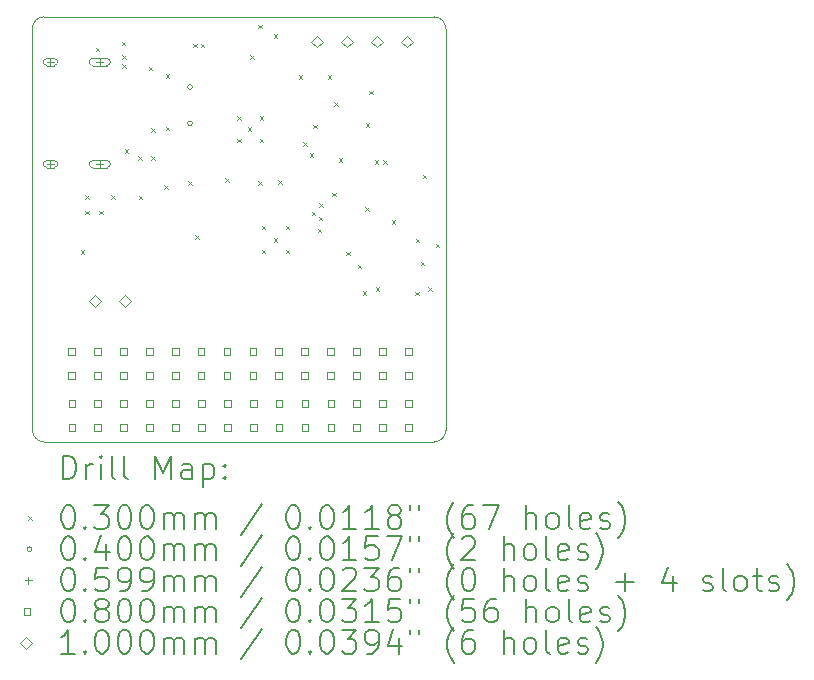
<source format=gbr>
%TF.GenerationSoftware,KiCad,Pcbnew,7.0.10*%
%TF.CreationDate,2024-02-03T16:56:27+08:00*%
%TF.ProjectId,ad7142-eval,61643731-3432-42d6-9576-616c2e6b6963,rev?*%
%TF.SameCoordinates,Original*%
%TF.FileFunction,Drillmap*%
%TF.FilePolarity,Positive*%
%FSLAX45Y45*%
G04 Gerber Fmt 4.5, Leading zero omitted, Abs format (unit mm)*
G04 Created by KiCad (PCBNEW 7.0.10) date 2024-02-03 16:56:27*
%MOMM*%
%LPD*%
G01*
G04 APERTURE LIST*
%ADD10C,0.100000*%
%ADD11C,0.200000*%
G04 APERTURE END LIST*
D10*
X14140750Y-7991000D02*
G75*
G03*
X14040750Y-7891000I-100000J0D01*
G01*
X14040750Y-11491000D02*
G75*
G03*
X14140750Y-11391000I0J100000D01*
G01*
X10640750Y-11391000D02*
G75*
G03*
X10740750Y-11491000I100000J0D01*
G01*
X10740750Y-7891000D02*
G75*
G03*
X10640750Y-7991000I0J-100000D01*
G01*
X14040750Y-7891000D02*
X10740750Y-7891000D01*
X14140750Y-11391000D02*
X14140750Y-7991000D01*
X10740750Y-11491000D02*
X14040750Y-11491000D01*
X10640750Y-7991000D02*
X10640750Y-11391000D01*
D11*
D10*
X11049750Y-9866000D02*
X11079750Y-9896000D01*
X11079750Y-9866000D02*
X11049750Y-9896000D01*
X11086750Y-9404000D02*
X11116750Y-9434000D01*
X11116750Y-9404000D02*
X11086750Y-9434000D01*
X11089860Y-9534000D02*
X11119860Y-9564000D01*
X11119860Y-9534000D02*
X11089860Y-9564000D01*
X11175750Y-8155000D02*
X11205750Y-8185000D01*
X11205750Y-8155000D02*
X11175750Y-8185000D01*
X11207750Y-9532000D02*
X11237750Y-9562000D01*
X11237750Y-9532000D02*
X11207750Y-9562000D01*
X11307750Y-9404000D02*
X11337750Y-9434000D01*
X11337750Y-9404000D02*
X11307750Y-9434000D01*
X11397250Y-8102500D02*
X11427250Y-8132500D01*
X11427250Y-8102500D02*
X11397250Y-8132500D01*
X11399750Y-8216000D02*
X11429750Y-8246000D01*
X11429750Y-8216000D02*
X11399750Y-8246000D01*
X11401750Y-8292000D02*
X11431750Y-8322000D01*
X11431750Y-8292000D02*
X11401750Y-8322000D01*
X11421750Y-9014000D02*
X11451750Y-9044000D01*
X11451750Y-9014000D02*
X11421750Y-9044000D01*
X11535750Y-9071000D02*
X11565750Y-9101000D01*
X11565750Y-9071000D02*
X11535750Y-9101000D01*
X11541750Y-9405000D02*
X11571750Y-9435000D01*
X11571750Y-9405000D02*
X11541750Y-9435000D01*
X11625750Y-8314000D02*
X11655750Y-8344000D01*
X11655750Y-8314000D02*
X11625750Y-8344000D01*
X11647750Y-8835000D02*
X11677750Y-8865000D01*
X11677750Y-8835000D02*
X11647750Y-8865000D01*
X11647750Y-9070000D02*
X11677750Y-9100000D01*
X11677750Y-9070000D02*
X11647750Y-9100000D01*
X11754860Y-9317000D02*
X11784860Y-9347000D01*
X11784860Y-9317000D02*
X11754860Y-9347000D01*
X11768750Y-8821000D02*
X11798750Y-8851000D01*
X11798750Y-8821000D02*
X11768750Y-8851000D01*
X11769750Y-8376000D02*
X11799750Y-8406000D01*
X11799750Y-8376000D02*
X11769750Y-8406000D01*
X11959750Y-9282000D02*
X11989750Y-9312000D01*
X11989750Y-9282000D02*
X11959750Y-9312000D01*
X12000750Y-8121000D02*
X12030750Y-8151000D01*
X12030750Y-8121000D02*
X12000750Y-8151000D01*
X12017750Y-9742000D02*
X12047750Y-9772000D01*
X12047750Y-9742000D02*
X12017750Y-9772000D01*
X12065750Y-8120000D02*
X12095750Y-8150000D01*
X12095750Y-8120000D02*
X12065750Y-8150000D01*
X12272662Y-9257755D02*
X12302662Y-9287755D01*
X12302662Y-9257755D02*
X12272662Y-9287755D01*
X12373750Y-8732500D02*
X12403750Y-8762500D01*
X12403750Y-8732500D02*
X12373750Y-8762500D01*
X12373750Y-8923000D02*
X12403750Y-8953000D01*
X12403750Y-8923000D02*
X12373750Y-8953000D01*
X12465750Y-8826000D02*
X12495750Y-8856000D01*
X12495750Y-8826000D02*
X12465750Y-8856000D01*
X12465750Y-8826000D02*
X12495750Y-8856000D01*
X12495750Y-8826000D02*
X12465750Y-8856000D01*
X12484318Y-8216000D02*
X12514318Y-8246000D01*
X12514318Y-8216000D02*
X12484318Y-8246000D01*
X12551500Y-7959250D02*
X12581500Y-7989250D01*
X12581500Y-7959250D02*
X12551500Y-7989250D01*
X12551860Y-9284969D02*
X12581860Y-9314969D01*
X12581860Y-9284969D02*
X12551860Y-9314969D01*
X12564250Y-8732500D02*
X12594250Y-8762500D01*
X12594250Y-8732500D02*
X12564250Y-8762500D01*
X12564250Y-8923000D02*
X12594250Y-8953000D01*
X12594250Y-8923000D02*
X12564250Y-8953000D01*
X12583400Y-9662400D02*
X12613400Y-9692400D01*
X12613400Y-9662400D02*
X12583400Y-9692400D01*
X12583400Y-9865600D02*
X12613400Y-9895600D01*
X12613400Y-9865600D02*
X12583400Y-9895600D01*
X12682500Y-8037750D02*
X12712500Y-8067750D01*
X12712500Y-8037750D02*
X12682500Y-8067750D01*
X12682750Y-9766000D02*
X12712750Y-9796000D01*
X12712750Y-9766000D02*
X12682750Y-9796000D01*
X12723750Y-9277000D02*
X12753750Y-9307000D01*
X12753750Y-9277000D02*
X12723750Y-9307000D01*
X12786600Y-9662400D02*
X12816600Y-9692400D01*
X12816600Y-9662400D02*
X12786600Y-9692400D01*
X12786600Y-9865600D02*
X12816600Y-9895600D01*
X12816600Y-9865600D02*
X12786600Y-9895600D01*
X12894750Y-8385000D02*
X12924750Y-8415000D01*
X12924750Y-8385000D02*
X12894750Y-8415000D01*
X12934787Y-8954963D02*
X12964787Y-8984963D01*
X12964787Y-8954963D02*
X12934787Y-8984963D01*
X12990750Y-9045000D02*
X13020750Y-9075000D01*
X13020750Y-9045000D02*
X12990750Y-9075000D01*
X13005750Y-9541000D02*
X13035750Y-9571000D01*
X13035750Y-9541000D02*
X13005750Y-9571000D01*
X13018750Y-8806000D02*
X13048750Y-8836000D01*
X13048750Y-8806000D02*
X13018750Y-8836000D01*
X13055750Y-9686000D02*
X13085750Y-9716000D01*
X13085750Y-9686000D02*
X13055750Y-9716000D01*
X13066000Y-9583400D02*
X13096000Y-9613400D01*
X13096000Y-9583400D02*
X13066000Y-9613400D01*
X13067750Y-9469000D02*
X13097750Y-9499000D01*
X13097750Y-9469000D02*
X13067750Y-9499000D01*
X13139750Y-8386000D02*
X13169750Y-8416000D01*
X13169750Y-8386000D02*
X13139750Y-8416000D01*
X13180750Y-9381000D02*
X13210750Y-9411000D01*
X13210750Y-9381000D02*
X13180750Y-9411000D01*
X13196750Y-8616000D02*
X13226750Y-8646000D01*
X13226750Y-8616000D02*
X13196750Y-8646000D01*
X13234750Y-9090000D02*
X13264750Y-9120000D01*
X13264750Y-9090000D02*
X13234750Y-9120000D01*
X13298750Y-9879000D02*
X13328750Y-9909000D01*
X13328750Y-9879000D02*
X13298750Y-9909000D01*
X13396200Y-9992600D02*
X13426200Y-10022600D01*
X13426200Y-9992600D02*
X13396200Y-10022600D01*
X13437750Y-10217000D02*
X13467750Y-10247000D01*
X13467750Y-10217000D02*
X13437750Y-10247000D01*
X13459750Y-9504000D02*
X13489750Y-9534000D01*
X13489750Y-9504000D02*
X13459750Y-9534000D01*
X13464750Y-8793000D02*
X13494750Y-8823000D01*
X13494750Y-8793000D02*
X13464750Y-8823000D01*
X13492750Y-8518000D02*
X13522750Y-8548000D01*
X13522750Y-8518000D02*
X13492750Y-8548000D01*
X13540750Y-9105000D02*
X13570750Y-9135000D01*
X13570750Y-9105000D02*
X13540750Y-9135000D01*
X13548750Y-10183000D02*
X13578750Y-10213000D01*
X13578750Y-10183000D02*
X13548750Y-10213000D01*
X13612750Y-9105000D02*
X13642750Y-9135000D01*
X13642750Y-9105000D02*
X13612750Y-9135000D01*
X13681750Y-9615000D02*
X13711750Y-9645000D01*
X13711750Y-9615000D02*
X13681750Y-9645000D01*
X13881750Y-10218000D02*
X13911750Y-10248000D01*
X13911750Y-10218000D02*
X13881750Y-10248000D01*
X13885170Y-9771332D02*
X13915170Y-9801332D01*
X13915170Y-9771332D02*
X13885170Y-9801332D01*
X13929600Y-9967200D02*
X13959600Y-9997200D01*
X13959600Y-9967200D02*
X13929600Y-9997200D01*
X13946750Y-9228000D02*
X13976750Y-9258000D01*
X13976750Y-9228000D02*
X13946750Y-9258000D01*
X13992750Y-10181000D02*
X14022750Y-10211000D01*
X14022750Y-10181000D02*
X13992750Y-10211000D01*
X14056600Y-9814800D02*
X14086600Y-9844800D01*
X14086600Y-9814800D02*
X14056600Y-9844800D01*
X11994750Y-8486000D02*
G75*
G03*
X11954750Y-8486000I-20000J0D01*
G01*
X11954750Y-8486000D02*
G75*
G03*
X11994750Y-8486000I20000J0D01*
G01*
X11995292Y-8792763D02*
G75*
G03*
X11955292Y-8792763I-20000J0D01*
G01*
X11955292Y-8792763D02*
G75*
G03*
X11995292Y-8792763I20000J0D01*
G01*
X10793940Y-8244220D02*
X10793940Y-8304160D01*
X10763970Y-8274190D02*
X10823910Y-8274190D01*
X10823915Y-8244220D02*
X10763965Y-8244220D01*
X10763965Y-8244220D02*
G75*
G03*
X10763965Y-8304160I0J-29970D01*
G01*
X10763965Y-8304160D02*
X10823915Y-8304160D01*
X10823915Y-8304160D02*
G75*
G03*
X10823915Y-8244220I0J29970D01*
G01*
X10793940Y-9108320D02*
X10793940Y-9168260D01*
X10763970Y-9138290D02*
X10823910Y-9138290D01*
X10823915Y-9108320D02*
X10763965Y-9108320D01*
X10763965Y-9108320D02*
G75*
G03*
X10763965Y-9168260I0J-29970D01*
G01*
X10763965Y-9168260D02*
X10823915Y-9168260D01*
X10823915Y-9168260D02*
G75*
G03*
X10823915Y-9108320I0J29970D01*
G01*
X11212020Y-8244220D02*
X11212020Y-8304160D01*
X11182050Y-8274190D02*
X11241990Y-8274190D01*
X11272095Y-8244220D02*
X11151945Y-8244220D01*
X11151945Y-8244220D02*
G75*
G03*
X11151945Y-8304160I0J-29970D01*
G01*
X11151945Y-8304160D02*
X11272095Y-8304160D01*
X11272095Y-8304160D02*
G75*
G03*
X11272095Y-8244220I0J29970D01*
G01*
X11212020Y-9108320D02*
X11212020Y-9168260D01*
X11182050Y-9138290D02*
X11241990Y-9138290D01*
X11272095Y-9108320D02*
X11151945Y-9108320D01*
X11151945Y-9108320D02*
G75*
G03*
X11151945Y-9168260I0J-29970D01*
G01*
X11151945Y-9168260D02*
X11272095Y-9168260D01*
X11272095Y-9168260D02*
G75*
G03*
X11272095Y-9108320I0J29970D01*
G01*
X11001573Y-10756285D02*
X11001573Y-10699716D01*
X10945004Y-10699716D01*
X10945004Y-10756285D01*
X11001573Y-10756285D01*
X11001573Y-10956285D02*
X11001573Y-10899716D01*
X10945004Y-10899716D01*
X10945004Y-10956285D01*
X11001573Y-10956285D01*
X11003573Y-11196284D02*
X11003573Y-11139716D01*
X10947004Y-11139716D01*
X10947004Y-11196284D01*
X11003573Y-11196284D01*
X11003573Y-11396284D02*
X11003573Y-11339715D01*
X10947004Y-11339715D01*
X10947004Y-11396284D01*
X11003573Y-11396284D01*
X11220804Y-10756285D02*
X11220804Y-10699716D01*
X11164235Y-10699716D01*
X11164235Y-10756285D01*
X11220804Y-10756285D01*
X11220804Y-10956285D02*
X11220804Y-10899716D01*
X11164235Y-10899716D01*
X11164235Y-10956285D01*
X11220804Y-10956285D01*
X11222881Y-11196284D02*
X11222881Y-11139716D01*
X11166312Y-11139716D01*
X11166312Y-11196284D01*
X11222881Y-11196284D01*
X11222881Y-11396284D02*
X11222881Y-11339715D01*
X11166312Y-11339715D01*
X11166312Y-11396284D01*
X11222881Y-11396284D01*
X11440034Y-10756285D02*
X11440034Y-10699716D01*
X11383465Y-10699716D01*
X11383465Y-10756285D01*
X11440034Y-10756285D01*
X11440034Y-10956285D02*
X11440034Y-10899716D01*
X11383465Y-10899716D01*
X11383465Y-10956285D01*
X11440034Y-10956285D01*
X11442188Y-11196284D02*
X11442188Y-11139716D01*
X11385619Y-11139716D01*
X11385619Y-11196284D01*
X11442188Y-11196284D01*
X11442188Y-11396284D02*
X11442188Y-11339715D01*
X11385619Y-11339715D01*
X11385619Y-11396284D01*
X11442188Y-11396284D01*
X11659265Y-10756285D02*
X11659265Y-10699716D01*
X11602696Y-10699716D01*
X11602696Y-10756285D01*
X11659265Y-10756285D01*
X11659265Y-10956285D02*
X11659265Y-10899716D01*
X11602696Y-10899716D01*
X11602696Y-10956285D01*
X11659265Y-10956285D01*
X11661496Y-11196284D02*
X11661496Y-11139716D01*
X11604927Y-11139716D01*
X11604927Y-11196284D01*
X11661496Y-11196284D01*
X11661496Y-11396284D02*
X11661496Y-11339715D01*
X11604927Y-11339715D01*
X11604927Y-11396284D01*
X11661496Y-11396284D01*
X11878496Y-10756285D02*
X11878496Y-10699716D01*
X11821927Y-10699716D01*
X11821927Y-10756285D01*
X11878496Y-10756285D01*
X11878496Y-10956285D02*
X11878496Y-10899716D01*
X11821927Y-10899716D01*
X11821927Y-10956285D01*
X11878496Y-10956285D01*
X11880803Y-11196284D02*
X11880803Y-11139716D01*
X11824234Y-11139716D01*
X11824234Y-11196284D01*
X11880803Y-11196284D01*
X11880803Y-11396284D02*
X11880803Y-11339715D01*
X11824234Y-11339715D01*
X11824234Y-11396284D01*
X11880803Y-11396284D01*
X12097727Y-10756285D02*
X12097727Y-10699716D01*
X12041158Y-10699716D01*
X12041158Y-10756285D01*
X12097727Y-10756285D01*
X12097727Y-10956285D02*
X12097727Y-10899716D01*
X12041158Y-10899716D01*
X12041158Y-10956285D01*
X12097727Y-10956285D01*
X12100111Y-11196284D02*
X12100111Y-11139716D01*
X12043542Y-11139716D01*
X12043542Y-11196284D01*
X12100111Y-11196284D01*
X12100111Y-11396284D02*
X12100111Y-11339715D01*
X12043542Y-11339715D01*
X12043542Y-11396284D01*
X12100111Y-11396284D01*
X12316957Y-10756285D02*
X12316957Y-10699716D01*
X12260388Y-10699716D01*
X12260388Y-10756285D01*
X12316957Y-10756285D01*
X12316957Y-10956285D02*
X12316957Y-10899716D01*
X12260388Y-10899716D01*
X12260388Y-10956285D01*
X12316957Y-10956285D01*
X12319419Y-11196284D02*
X12319419Y-11139716D01*
X12262850Y-11139716D01*
X12262850Y-11196284D01*
X12319419Y-11196284D01*
X12319419Y-11396284D02*
X12319419Y-11339715D01*
X12262850Y-11339715D01*
X12262850Y-11396284D01*
X12319419Y-11396284D01*
X12536188Y-10756285D02*
X12536188Y-10699716D01*
X12479619Y-10699716D01*
X12479619Y-10756285D01*
X12536188Y-10756285D01*
X12536188Y-10956285D02*
X12536188Y-10899716D01*
X12479619Y-10899716D01*
X12479619Y-10956285D01*
X12536188Y-10956285D01*
X12538726Y-11196284D02*
X12538726Y-11139716D01*
X12482157Y-11139716D01*
X12482157Y-11196284D01*
X12538726Y-11196284D01*
X12538726Y-11396284D02*
X12538726Y-11339715D01*
X12482157Y-11339715D01*
X12482157Y-11396284D01*
X12538726Y-11396284D01*
X12755419Y-10756285D02*
X12755419Y-10699716D01*
X12698850Y-10699716D01*
X12698850Y-10756285D01*
X12755419Y-10756285D01*
X12755419Y-10956285D02*
X12755419Y-10899716D01*
X12698850Y-10899716D01*
X12698850Y-10956285D01*
X12755419Y-10956285D01*
X12758034Y-11196284D02*
X12758034Y-11139716D01*
X12701465Y-11139716D01*
X12701465Y-11196284D01*
X12758034Y-11196284D01*
X12758034Y-11396284D02*
X12758034Y-11339715D01*
X12701465Y-11339715D01*
X12701465Y-11396284D01*
X12758034Y-11396284D01*
X12974649Y-10756285D02*
X12974649Y-10699716D01*
X12918080Y-10699716D01*
X12918080Y-10756285D01*
X12974649Y-10756285D01*
X12974649Y-10956285D02*
X12974649Y-10899716D01*
X12918080Y-10899716D01*
X12918080Y-10956285D01*
X12974649Y-10956285D01*
X12977341Y-11196284D02*
X12977341Y-11139716D01*
X12920772Y-11139716D01*
X12920772Y-11196284D01*
X12977341Y-11196284D01*
X12977341Y-11396284D02*
X12977341Y-11339715D01*
X12920772Y-11339715D01*
X12920772Y-11396284D01*
X12977341Y-11396284D01*
X13193880Y-10756285D02*
X13193880Y-10699716D01*
X13137311Y-10699716D01*
X13137311Y-10756285D01*
X13193880Y-10756285D01*
X13193880Y-10956285D02*
X13193880Y-10899716D01*
X13137311Y-10899716D01*
X13137311Y-10956285D01*
X13193880Y-10956285D01*
X13196649Y-11196284D02*
X13196649Y-11139716D01*
X13140080Y-11139716D01*
X13140080Y-11196284D01*
X13196649Y-11196284D01*
X13196649Y-11396284D02*
X13196649Y-11339715D01*
X13140080Y-11339715D01*
X13140080Y-11396284D01*
X13196649Y-11396284D01*
X13413111Y-10756285D02*
X13413111Y-10699716D01*
X13356542Y-10699716D01*
X13356542Y-10756285D01*
X13413111Y-10756285D01*
X13413111Y-10956285D02*
X13413111Y-10899716D01*
X13356542Y-10899716D01*
X13356542Y-10956285D01*
X13413111Y-10956285D01*
X13415957Y-11196284D02*
X13415957Y-11139716D01*
X13359388Y-11139716D01*
X13359388Y-11196284D01*
X13415957Y-11196284D01*
X13415957Y-11396284D02*
X13415957Y-11339715D01*
X13359388Y-11339715D01*
X13359388Y-11396284D01*
X13415957Y-11396284D01*
X13632341Y-10756285D02*
X13632341Y-10699716D01*
X13575772Y-10699716D01*
X13575772Y-10756285D01*
X13632341Y-10756285D01*
X13632341Y-10956285D02*
X13632341Y-10899716D01*
X13575772Y-10899716D01*
X13575772Y-10956285D01*
X13632341Y-10956285D01*
X13635264Y-11196284D02*
X13635264Y-11139716D01*
X13578695Y-11139716D01*
X13578695Y-11196284D01*
X13635264Y-11196284D01*
X13635264Y-11396284D02*
X13635264Y-11339715D01*
X13578695Y-11339715D01*
X13578695Y-11396284D01*
X13635264Y-11396284D01*
X13851572Y-10756285D02*
X13851572Y-10699716D01*
X13795003Y-10699716D01*
X13795003Y-10756285D01*
X13851572Y-10756285D01*
X13851572Y-10956285D02*
X13851572Y-10899716D01*
X13795003Y-10899716D01*
X13795003Y-10956285D01*
X13851572Y-10956285D01*
X13854572Y-11196284D02*
X13854572Y-11139716D01*
X13798003Y-11139716D01*
X13798003Y-11196284D01*
X13854572Y-11196284D01*
X13854572Y-11396284D02*
X13854572Y-11339715D01*
X13798003Y-11339715D01*
X13798003Y-11396284D01*
X13854572Y-11396284D01*
X11170250Y-10347000D02*
X11220250Y-10297000D01*
X11170250Y-10247000D01*
X11120250Y-10297000D01*
X11170250Y-10347000D01*
X11424250Y-10347000D02*
X11474250Y-10297000D01*
X11424250Y-10247000D01*
X11374250Y-10297000D01*
X11424250Y-10347000D01*
X13048750Y-8151000D02*
X13098750Y-8101000D01*
X13048750Y-8051000D01*
X12998750Y-8101000D01*
X13048750Y-8151000D01*
X13302750Y-8151000D02*
X13352750Y-8101000D01*
X13302750Y-8051000D01*
X13252750Y-8101000D01*
X13302750Y-8151000D01*
X13556750Y-8151000D02*
X13606750Y-8101000D01*
X13556750Y-8051000D01*
X13506750Y-8101000D01*
X13556750Y-8151000D01*
X13810750Y-8151000D02*
X13860750Y-8101000D01*
X13810750Y-8051000D01*
X13760750Y-8101000D01*
X13810750Y-8151000D01*
D11*
X10896527Y-11807484D02*
X10896527Y-11607484D01*
X10896527Y-11607484D02*
X10944146Y-11607484D01*
X10944146Y-11607484D02*
X10972717Y-11617008D01*
X10972717Y-11617008D02*
X10991765Y-11636055D01*
X10991765Y-11636055D02*
X11001289Y-11655103D01*
X11001289Y-11655103D02*
X11010813Y-11693198D01*
X11010813Y-11693198D02*
X11010813Y-11721769D01*
X11010813Y-11721769D02*
X11001289Y-11759865D01*
X11001289Y-11759865D02*
X10991765Y-11778912D01*
X10991765Y-11778912D02*
X10972717Y-11797960D01*
X10972717Y-11797960D02*
X10944146Y-11807484D01*
X10944146Y-11807484D02*
X10896527Y-11807484D01*
X11096527Y-11807484D02*
X11096527Y-11674150D01*
X11096527Y-11712246D02*
X11106051Y-11693198D01*
X11106051Y-11693198D02*
X11115574Y-11683674D01*
X11115574Y-11683674D02*
X11134622Y-11674150D01*
X11134622Y-11674150D02*
X11153670Y-11674150D01*
X11220336Y-11807484D02*
X11220336Y-11674150D01*
X11220336Y-11607484D02*
X11210812Y-11617008D01*
X11210812Y-11617008D02*
X11220336Y-11626531D01*
X11220336Y-11626531D02*
X11229860Y-11617008D01*
X11229860Y-11617008D02*
X11220336Y-11607484D01*
X11220336Y-11607484D02*
X11220336Y-11626531D01*
X11344146Y-11807484D02*
X11325098Y-11797960D01*
X11325098Y-11797960D02*
X11315574Y-11778912D01*
X11315574Y-11778912D02*
X11315574Y-11607484D01*
X11448908Y-11807484D02*
X11429860Y-11797960D01*
X11429860Y-11797960D02*
X11420336Y-11778912D01*
X11420336Y-11778912D02*
X11420336Y-11607484D01*
X11677479Y-11807484D02*
X11677479Y-11607484D01*
X11677479Y-11607484D02*
X11744146Y-11750341D01*
X11744146Y-11750341D02*
X11810812Y-11607484D01*
X11810812Y-11607484D02*
X11810812Y-11807484D01*
X11991765Y-11807484D02*
X11991765Y-11702722D01*
X11991765Y-11702722D02*
X11982241Y-11683674D01*
X11982241Y-11683674D02*
X11963193Y-11674150D01*
X11963193Y-11674150D02*
X11925098Y-11674150D01*
X11925098Y-11674150D02*
X11906051Y-11683674D01*
X11991765Y-11797960D02*
X11972717Y-11807484D01*
X11972717Y-11807484D02*
X11925098Y-11807484D01*
X11925098Y-11807484D02*
X11906051Y-11797960D01*
X11906051Y-11797960D02*
X11896527Y-11778912D01*
X11896527Y-11778912D02*
X11896527Y-11759865D01*
X11896527Y-11759865D02*
X11906051Y-11740817D01*
X11906051Y-11740817D02*
X11925098Y-11731293D01*
X11925098Y-11731293D02*
X11972717Y-11731293D01*
X11972717Y-11731293D02*
X11991765Y-11721769D01*
X12087003Y-11674150D02*
X12087003Y-11874150D01*
X12087003Y-11683674D02*
X12106051Y-11674150D01*
X12106051Y-11674150D02*
X12144146Y-11674150D01*
X12144146Y-11674150D02*
X12163193Y-11683674D01*
X12163193Y-11683674D02*
X12172717Y-11693198D01*
X12172717Y-11693198D02*
X12182241Y-11712246D01*
X12182241Y-11712246D02*
X12182241Y-11769388D01*
X12182241Y-11769388D02*
X12172717Y-11788436D01*
X12172717Y-11788436D02*
X12163193Y-11797960D01*
X12163193Y-11797960D02*
X12144146Y-11807484D01*
X12144146Y-11807484D02*
X12106051Y-11807484D01*
X12106051Y-11807484D02*
X12087003Y-11797960D01*
X12267955Y-11788436D02*
X12277479Y-11797960D01*
X12277479Y-11797960D02*
X12267955Y-11807484D01*
X12267955Y-11807484D02*
X12258432Y-11797960D01*
X12258432Y-11797960D02*
X12267955Y-11788436D01*
X12267955Y-11788436D02*
X12267955Y-11807484D01*
X12267955Y-11683674D02*
X12277479Y-11693198D01*
X12277479Y-11693198D02*
X12267955Y-11702722D01*
X12267955Y-11702722D02*
X12258432Y-11693198D01*
X12258432Y-11693198D02*
X12267955Y-11683674D01*
X12267955Y-11683674D02*
X12267955Y-11702722D01*
D10*
X10605750Y-12121000D02*
X10635750Y-12151000D01*
X10635750Y-12121000D02*
X10605750Y-12151000D01*
D11*
X10934622Y-12027484D02*
X10953670Y-12027484D01*
X10953670Y-12027484D02*
X10972717Y-12037008D01*
X10972717Y-12037008D02*
X10982241Y-12046531D01*
X10982241Y-12046531D02*
X10991765Y-12065579D01*
X10991765Y-12065579D02*
X11001289Y-12103674D01*
X11001289Y-12103674D02*
X11001289Y-12151293D01*
X11001289Y-12151293D02*
X10991765Y-12189388D01*
X10991765Y-12189388D02*
X10982241Y-12208436D01*
X10982241Y-12208436D02*
X10972717Y-12217960D01*
X10972717Y-12217960D02*
X10953670Y-12227484D01*
X10953670Y-12227484D02*
X10934622Y-12227484D01*
X10934622Y-12227484D02*
X10915574Y-12217960D01*
X10915574Y-12217960D02*
X10906051Y-12208436D01*
X10906051Y-12208436D02*
X10896527Y-12189388D01*
X10896527Y-12189388D02*
X10887003Y-12151293D01*
X10887003Y-12151293D02*
X10887003Y-12103674D01*
X10887003Y-12103674D02*
X10896527Y-12065579D01*
X10896527Y-12065579D02*
X10906051Y-12046531D01*
X10906051Y-12046531D02*
X10915574Y-12037008D01*
X10915574Y-12037008D02*
X10934622Y-12027484D01*
X11087003Y-12208436D02*
X11096527Y-12217960D01*
X11096527Y-12217960D02*
X11087003Y-12227484D01*
X11087003Y-12227484D02*
X11077479Y-12217960D01*
X11077479Y-12217960D02*
X11087003Y-12208436D01*
X11087003Y-12208436D02*
X11087003Y-12227484D01*
X11163194Y-12027484D02*
X11287003Y-12027484D01*
X11287003Y-12027484D02*
X11220336Y-12103674D01*
X11220336Y-12103674D02*
X11248908Y-12103674D01*
X11248908Y-12103674D02*
X11267955Y-12113198D01*
X11267955Y-12113198D02*
X11277479Y-12122722D01*
X11277479Y-12122722D02*
X11287003Y-12141769D01*
X11287003Y-12141769D02*
X11287003Y-12189388D01*
X11287003Y-12189388D02*
X11277479Y-12208436D01*
X11277479Y-12208436D02*
X11267955Y-12217960D01*
X11267955Y-12217960D02*
X11248908Y-12227484D01*
X11248908Y-12227484D02*
X11191765Y-12227484D01*
X11191765Y-12227484D02*
X11172717Y-12217960D01*
X11172717Y-12217960D02*
X11163194Y-12208436D01*
X11410812Y-12027484D02*
X11429860Y-12027484D01*
X11429860Y-12027484D02*
X11448908Y-12037008D01*
X11448908Y-12037008D02*
X11458432Y-12046531D01*
X11458432Y-12046531D02*
X11467955Y-12065579D01*
X11467955Y-12065579D02*
X11477479Y-12103674D01*
X11477479Y-12103674D02*
X11477479Y-12151293D01*
X11477479Y-12151293D02*
X11467955Y-12189388D01*
X11467955Y-12189388D02*
X11458432Y-12208436D01*
X11458432Y-12208436D02*
X11448908Y-12217960D01*
X11448908Y-12217960D02*
X11429860Y-12227484D01*
X11429860Y-12227484D02*
X11410812Y-12227484D01*
X11410812Y-12227484D02*
X11391765Y-12217960D01*
X11391765Y-12217960D02*
X11382241Y-12208436D01*
X11382241Y-12208436D02*
X11372717Y-12189388D01*
X11372717Y-12189388D02*
X11363193Y-12151293D01*
X11363193Y-12151293D02*
X11363193Y-12103674D01*
X11363193Y-12103674D02*
X11372717Y-12065579D01*
X11372717Y-12065579D02*
X11382241Y-12046531D01*
X11382241Y-12046531D02*
X11391765Y-12037008D01*
X11391765Y-12037008D02*
X11410812Y-12027484D01*
X11601289Y-12027484D02*
X11620336Y-12027484D01*
X11620336Y-12027484D02*
X11639384Y-12037008D01*
X11639384Y-12037008D02*
X11648908Y-12046531D01*
X11648908Y-12046531D02*
X11658432Y-12065579D01*
X11658432Y-12065579D02*
X11667955Y-12103674D01*
X11667955Y-12103674D02*
X11667955Y-12151293D01*
X11667955Y-12151293D02*
X11658432Y-12189388D01*
X11658432Y-12189388D02*
X11648908Y-12208436D01*
X11648908Y-12208436D02*
X11639384Y-12217960D01*
X11639384Y-12217960D02*
X11620336Y-12227484D01*
X11620336Y-12227484D02*
X11601289Y-12227484D01*
X11601289Y-12227484D02*
X11582241Y-12217960D01*
X11582241Y-12217960D02*
X11572717Y-12208436D01*
X11572717Y-12208436D02*
X11563193Y-12189388D01*
X11563193Y-12189388D02*
X11553670Y-12151293D01*
X11553670Y-12151293D02*
X11553670Y-12103674D01*
X11553670Y-12103674D02*
X11563193Y-12065579D01*
X11563193Y-12065579D02*
X11572717Y-12046531D01*
X11572717Y-12046531D02*
X11582241Y-12037008D01*
X11582241Y-12037008D02*
X11601289Y-12027484D01*
X11753670Y-12227484D02*
X11753670Y-12094150D01*
X11753670Y-12113198D02*
X11763193Y-12103674D01*
X11763193Y-12103674D02*
X11782241Y-12094150D01*
X11782241Y-12094150D02*
X11810813Y-12094150D01*
X11810813Y-12094150D02*
X11829860Y-12103674D01*
X11829860Y-12103674D02*
X11839384Y-12122722D01*
X11839384Y-12122722D02*
X11839384Y-12227484D01*
X11839384Y-12122722D02*
X11848908Y-12103674D01*
X11848908Y-12103674D02*
X11867955Y-12094150D01*
X11867955Y-12094150D02*
X11896527Y-12094150D01*
X11896527Y-12094150D02*
X11915574Y-12103674D01*
X11915574Y-12103674D02*
X11925098Y-12122722D01*
X11925098Y-12122722D02*
X11925098Y-12227484D01*
X12020336Y-12227484D02*
X12020336Y-12094150D01*
X12020336Y-12113198D02*
X12029860Y-12103674D01*
X12029860Y-12103674D02*
X12048908Y-12094150D01*
X12048908Y-12094150D02*
X12077479Y-12094150D01*
X12077479Y-12094150D02*
X12096527Y-12103674D01*
X12096527Y-12103674D02*
X12106051Y-12122722D01*
X12106051Y-12122722D02*
X12106051Y-12227484D01*
X12106051Y-12122722D02*
X12115574Y-12103674D01*
X12115574Y-12103674D02*
X12134622Y-12094150D01*
X12134622Y-12094150D02*
X12163193Y-12094150D01*
X12163193Y-12094150D02*
X12182241Y-12103674D01*
X12182241Y-12103674D02*
X12191765Y-12122722D01*
X12191765Y-12122722D02*
X12191765Y-12227484D01*
X12582241Y-12017960D02*
X12410813Y-12275103D01*
X12839384Y-12027484D02*
X12858432Y-12027484D01*
X12858432Y-12027484D02*
X12877479Y-12037008D01*
X12877479Y-12037008D02*
X12887003Y-12046531D01*
X12887003Y-12046531D02*
X12896527Y-12065579D01*
X12896527Y-12065579D02*
X12906051Y-12103674D01*
X12906051Y-12103674D02*
X12906051Y-12151293D01*
X12906051Y-12151293D02*
X12896527Y-12189388D01*
X12896527Y-12189388D02*
X12887003Y-12208436D01*
X12887003Y-12208436D02*
X12877479Y-12217960D01*
X12877479Y-12217960D02*
X12858432Y-12227484D01*
X12858432Y-12227484D02*
X12839384Y-12227484D01*
X12839384Y-12227484D02*
X12820336Y-12217960D01*
X12820336Y-12217960D02*
X12810813Y-12208436D01*
X12810813Y-12208436D02*
X12801289Y-12189388D01*
X12801289Y-12189388D02*
X12791765Y-12151293D01*
X12791765Y-12151293D02*
X12791765Y-12103674D01*
X12791765Y-12103674D02*
X12801289Y-12065579D01*
X12801289Y-12065579D02*
X12810813Y-12046531D01*
X12810813Y-12046531D02*
X12820336Y-12037008D01*
X12820336Y-12037008D02*
X12839384Y-12027484D01*
X12991765Y-12208436D02*
X13001289Y-12217960D01*
X13001289Y-12217960D02*
X12991765Y-12227484D01*
X12991765Y-12227484D02*
X12982241Y-12217960D01*
X12982241Y-12217960D02*
X12991765Y-12208436D01*
X12991765Y-12208436D02*
X12991765Y-12227484D01*
X13125098Y-12027484D02*
X13144146Y-12027484D01*
X13144146Y-12027484D02*
X13163194Y-12037008D01*
X13163194Y-12037008D02*
X13172717Y-12046531D01*
X13172717Y-12046531D02*
X13182241Y-12065579D01*
X13182241Y-12065579D02*
X13191765Y-12103674D01*
X13191765Y-12103674D02*
X13191765Y-12151293D01*
X13191765Y-12151293D02*
X13182241Y-12189388D01*
X13182241Y-12189388D02*
X13172717Y-12208436D01*
X13172717Y-12208436D02*
X13163194Y-12217960D01*
X13163194Y-12217960D02*
X13144146Y-12227484D01*
X13144146Y-12227484D02*
X13125098Y-12227484D01*
X13125098Y-12227484D02*
X13106051Y-12217960D01*
X13106051Y-12217960D02*
X13096527Y-12208436D01*
X13096527Y-12208436D02*
X13087003Y-12189388D01*
X13087003Y-12189388D02*
X13077479Y-12151293D01*
X13077479Y-12151293D02*
X13077479Y-12103674D01*
X13077479Y-12103674D02*
X13087003Y-12065579D01*
X13087003Y-12065579D02*
X13096527Y-12046531D01*
X13096527Y-12046531D02*
X13106051Y-12037008D01*
X13106051Y-12037008D02*
X13125098Y-12027484D01*
X13382241Y-12227484D02*
X13267956Y-12227484D01*
X13325098Y-12227484D02*
X13325098Y-12027484D01*
X13325098Y-12027484D02*
X13306051Y-12056055D01*
X13306051Y-12056055D02*
X13287003Y-12075103D01*
X13287003Y-12075103D02*
X13267956Y-12084627D01*
X13572717Y-12227484D02*
X13458432Y-12227484D01*
X13515575Y-12227484D02*
X13515575Y-12027484D01*
X13515575Y-12027484D02*
X13496527Y-12056055D01*
X13496527Y-12056055D02*
X13477479Y-12075103D01*
X13477479Y-12075103D02*
X13458432Y-12084627D01*
X13687003Y-12113198D02*
X13667956Y-12103674D01*
X13667956Y-12103674D02*
X13658432Y-12094150D01*
X13658432Y-12094150D02*
X13648908Y-12075103D01*
X13648908Y-12075103D02*
X13648908Y-12065579D01*
X13648908Y-12065579D02*
X13658432Y-12046531D01*
X13658432Y-12046531D02*
X13667956Y-12037008D01*
X13667956Y-12037008D02*
X13687003Y-12027484D01*
X13687003Y-12027484D02*
X13725098Y-12027484D01*
X13725098Y-12027484D02*
X13744146Y-12037008D01*
X13744146Y-12037008D02*
X13753670Y-12046531D01*
X13753670Y-12046531D02*
X13763194Y-12065579D01*
X13763194Y-12065579D02*
X13763194Y-12075103D01*
X13763194Y-12075103D02*
X13753670Y-12094150D01*
X13753670Y-12094150D02*
X13744146Y-12103674D01*
X13744146Y-12103674D02*
X13725098Y-12113198D01*
X13725098Y-12113198D02*
X13687003Y-12113198D01*
X13687003Y-12113198D02*
X13667956Y-12122722D01*
X13667956Y-12122722D02*
X13658432Y-12132246D01*
X13658432Y-12132246D02*
X13648908Y-12151293D01*
X13648908Y-12151293D02*
X13648908Y-12189388D01*
X13648908Y-12189388D02*
X13658432Y-12208436D01*
X13658432Y-12208436D02*
X13667956Y-12217960D01*
X13667956Y-12217960D02*
X13687003Y-12227484D01*
X13687003Y-12227484D02*
X13725098Y-12227484D01*
X13725098Y-12227484D02*
X13744146Y-12217960D01*
X13744146Y-12217960D02*
X13753670Y-12208436D01*
X13753670Y-12208436D02*
X13763194Y-12189388D01*
X13763194Y-12189388D02*
X13763194Y-12151293D01*
X13763194Y-12151293D02*
X13753670Y-12132246D01*
X13753670Y-12132246D02*
X13744146Y-12122722D01*
X13744146Y-12122722D02*
X13725098Y-12113198D01*
X13839384Y-12027484D02*
X13839384Y-12065579D01*
X13915575Y-12027484D02*
X13915575Y-12065579D01*
X14210813Y-12303674D02*
X14201289Y-12294150D01*
X14201289Y-12294150D02*
X14182241Y-12265579D01*
X14182241Y-12265579D02*
X14172718Y-12246531D01*
X14172718Y-12246531D02*
X14163194Y-12217960D01*
X14163194Y-12217960D02*
X14153670Y-12170341D01*
X14153670Y-12170341D02*
X14153670Y-12132246D01*
X14153670Y-12132246D02*
X14163194Y-12084627D01*
X14163194Y-12084627D02*
X14172718Y-12056055D01*
X14172718Y-12056055D02*
X14182241Y-12037008D01*
X14182241Y-12037008D02*
X14201289Y-12008436D01*
X14201289Y-12008436D02*
X14210813Y-11998912D01*
X14372718Y-12027484D02*
X14334622Y-12027484D01*
X14334622Y-12027484D02*
X14315575Y-12037008D01*
X14315575Y-12037008D02*
X14306051Y-12046531D01*
X14306051Y-12046531D02*
X14287003Y-12075103D01*
X14287003Y-12075103D02*
X14277479Y-12113198D01*
X14277479Y-12113198D02*
X14277479Y-12189388D01*
X14277479Y-12189388D02*
X14287003Y-12208436D01*
X14287003Y-12208436D02*
X14296527Y-12217960D01*
X14296527Y-12217960D02*
X14315575Y-12227484D01*
X14315575Y-12227484D02*
X14353670Y-12227484D01*
X14353670Y-12227484D02*
X14372718Y-12217960D01*
X14372718Y-12217960D02*
X14382241Y-12208436D01*
X14382241Y-12208436D02*
X14391765Y-12189388D01*
X14391765Y-12189388D02*
X14391765Y-12141769D01*
X14391765Y-12141769D02*
X14382241Y-12122722D01*
X14382241Y-12122722D02*
X14372718Y-12113198D01*
X14372718Y-12113198D02*
X14353670Y-12103674D01*
X14353670Y-12103674D02*
X14315575Y-12103674D01*
X14315575Y-12103674D02*
X14296527Y-12113198D01*
X14296527Y-12113198D02*
X14287003Y-12122722D01*
X14287003Y-12122722D02*
X14277479Y-12141769D01*
X14458432Y-12027484D02*
X14591765Y-12027484D01*
X14591765Y-12027484D02*
X14506051Y-12227484D01*
X14820337Y-12227484D02*
X14820337Y-12027484D01*
X14906051Y-12227484D02*
X14906051Y-12122722D01*
X14906051Y-12122722D02*
X14896527Y-12103674D01*
X14896527Y-12103674D02*
X14877480Y-12094150D01*
X14877480Y-12094150D02*
X14848908Y-12094150D01*
X14848908Y-12094150D02*
X14829860Y-12103674D01*
X14829860Y-12103674D02*
X14820337Y-12113198D01*
X15029860Y-12227484D02*
X15010813Y-12217960D01*
X15010813Y-12217960D02*
X15001289Y-12208436D01*
X15001289Y-12208436D02*
X14991765Y-12189388D01*
X14991765Y-12189388D02*
X14991765Y-12132246D01*
X14991765Y-12132246D02*
X15001289Y-12113198D01*
X15001289Y-12113198D02*
X15010813Y-12103674D01*
X15010813Y-12103674D02*
X15029860Y-12094150D01*
X15029860Y-12094150D02*
X15058432Y-12094150D01*
X15058432Y-12094150D02*
X15077480Y-12103674D01*
X15077480Y-12103674D02*
X15087003Y-12113198D01*
X15087003Y-12113198D02*
X15096527Y-12132246D01*
X15096527Y-12132246D02*
X15096527Y-12189388D01*
X15096527Y-12189388D02*
X15087003Y-12208436D01*
X15087003Y-12208436D02*
X15077480Y-12217960D01*
X15077480Y-12217960D02*
X15058432Y-12227484D01*
X15058432Y-12227484D02*
X15029860Y-12227484D01*
X15210813Y-12227484D02*
X15191765Y-12217960D01*
X15191765Y-12217960D02*
X15182241Y-12198912D01*
X15182241Y-12198912D02*
X15182241Y-12027484D01*
X15363194Y-12217960D02*
X15344146Y-12227484D01*
X15344146Y-12227484D02*
X15306051Y-12227484D01*
X15306051Y-12227484D02*
X15287003Y-12217960D01*
X15287003Y-12217960D02*
X15277480Y-12198912D01*
X15277480Y-12198912D02*
X15277480Y-12122722D01*
X15277480Y-12122722D02*
X15287003Y-12103674D01*
X15287003Y-12103674D02*
X15306051Y-12094150D01*
X15306051Y-12094150D02*
X15344146Y-12094150D01*
X15344146Y-12094150D02*
X15363194Y-12103674D01*
X15363194Y-12103674D02*
X15372718Y-12122722D01*
X15372718Y-12122722D02*
X15372718Y-12141769D01*
X15372718Y-12141769D02*
X15277480Y-12160817D01*
X15448908Y-12217960D02*
X15467956Y-12227484D01*
X15467956Y-12227484D02*
X15506051Y-12227484D01*
X15506051Y-12227484D02*
X15525099Y-12217960D01*
X15525099Y-12217960D02*
X15534622Y-12198912D01*
X15534622Y-12198912D02*
X15534622Y-12189388D01*
X15534622Y-12189388D02*
X15525099Y-12170341D01*
X15525099Y-12170341D02*
X15506051Y-12160817D01*
X15506051Y-12160817D02*
X15477480Y-12160817D01*
X15477480Y-12160817D02*
X15458432Y-12151293D01*
X15458432Y-12151293D02*
X15448908Y-12132246D01*
X15448908Y-12132246D02*
X15448908Y-12122722D01*
X15448908Y-12122722D02*
X15458432Y-12103674D01*
X15458432Y-12103674D02*
X15477480Y-12094150D01*
X15477480Y-12094150D02*
X15506051Y-12094150D01*
X15506051Y-12094150D02*
X15525099Y-12103674D01*
X15601289Y-12303674D02*
X15610813Y-12294150D01*
X15610813Y-12294150D02*
X15629861Y-12265579D01*
X15629861Y-12265579D02*
X15639384Y-12246531D01*
X15639384Y-12246531D02*
X15648908Y-12217960D01*
X15648908Y-12217960D02*
X15658432Y-12170341D01*
X15658432Y-12170341D02*
X15658432Y-12132246D01*
X15658432Y-12132246D02*
X15648908Y-12084627D01*
X15648908Y-12084627D02*
X15639384Y-12056055D01*
X15639384Y-12056055D02*
X15629861Y-12037008D01*
X15629861Y-12037008D02*
X15610813Y-12008436D01*
X15610813Y-12008436D02*
X15601289Y-11998912D01*
D10*
X10635750Y-12400000D02*
G75*
G03*
X10595750Y-12400000I-20000J0D01*
G01*
X10595750Y-12400000D02*
G75*
G03*
X10635750Y-12400000I20000J0D01*
G01*
D11*
X10934622Y-12291484D02*
X10953670Y-12291484D01*
X10953670Y-12291484D02*
X10972717Y-12301008D01*
X10972717Y-12301008D02*
X10982241Y-12310531D01*
X10982241Y-12310531D02*
X10991765Y-12329579D01*
X10991765Y-12329579D02*
X11001289Y-12367674D01*
X11001289Y-12367674D02*
X11001289Y-12415293D01*
X11001289Y-12415293D02*
X10991765Y-12453388D01*
X10991765Y-12453388D02*
X10982241Y-12472436D01*
X10982241Y-12472436D02*
X10972717Y-12481960D01*
X10972717Y-12481960D02*
X10953670Y-12491484D01*
X10953670Y-12491484D02*
X10934622Y-12491484D01*
X10934622Y-12491484D02*
X10915574Y-12481960D01*
X10915574Y-12481960D02*
X10906051Y-12472436D01*
X10906051Y-12472436D02*
X10896527Y-12453388D01*
X10896527Y-12453388D02*
X10887003Y-12415293D01*
X10887003Y-12415293D02*
X10887003Y-12367674D01*
X10887003Y-12367674D02*
X10896527Y-12329579D01*
X10896527Y-12329579D02*
X10906051Y-12310531D01*
X10906051Y-12310531D02*
X10915574Y-12301008D01*
X10915574Y-12301008D02*
X10934622Y-12291484D01*
X11087003Y-12472436D02*
X11096527Y-12481960D01*
X11096527Y-12481960D02*
X11087003Y-12491484D01*
X11087003Y-12491484D02*
X11077479Y-12481960D01*
X11077479Y-12481960D02*
X11087003Y-12472436D01*
X11087003Y-12472436D02*
X11087003Y-12491484D01*
X11267955Y-12358150D02*
X11267955Y-12491484D01*
X11220336Y-12281960D02*
X11172717Y-12424817D01*
X11172717Y-12424817D02*
X11296527Y-12424817D01*
X11410812Y-12291484D02*
X11429860Y-12291484D01*
X11429860Y-12291484D02*
X11448908Y-12301008D01*
X11448908Y-12301008D02*
X11458432Y-12310531D01*
X11458432Y-12310531D02*
X11467955Y-12329579D01*
X11467955Y-12329579D02*
X11477479Y-12367674D01*
X11477479Y-12367674D02*
X11477479Y-12415293D01*
X11477479Y-12415293D02*
X11467955Y-12453388D01*
X11467955Y-12453388D02*
X11458432Y-12472436D01*
X11458432Y-12472436D02*
X11448908Y-12481960D01*
X11448908Y-12481960D02*
X11429860Y-12491484D01*
X11429860Y-12491484D02*
X11410812Y-12491484D01*
X11410812Y-12491484D02*
X11391765Y-12481960D01*
X11391765Y-12481960D02*
X11382241Y-12472436D01*
X11382241Y-12472436D02*
X11372717Y-12453388D01*
X11372717Y-12453388D02*
X11363193Y-12415293D01*
X11363193Y-12415293D02*
X11363193Y-12367674D01*
X11363193Y-12367674D02*
X11372717Y-12329579D01*
X11372717Y-12329579D02*
X11382241Y-12310531D01*
X11382241Y-12310531D02*
X11391765Y-12301008D01*
X11391765Y-12301008D02*
X11410812Y-12291484D01*
X11601289Y-12291484D02*
X11620336Y-12291484D01*
X11620336Y-12291484D02*
X11639384Y-12301008D01*
X11639384Y-12301008D02*
X11648908Y-12310531D01*
X11648908Y-12310531D02*
X11658432Y-12329579D01*
X11658432Y-12329579D02*
X11667955Y-12367674D01*
X11667955Y-12367674D02*
X11667955Y-12415293D01*
X11667955Y-12415293D02*
X11658432Y-12453388D01*
X11658432Y-12453388D02*
X11648908Y-12472436D01*
X11648908Y-12472436D02*
X11639384Y-12481960D01*
X11639384Y-12481960D02*
X11620336Y-12491484D01*
X11620336Y-12491484D02*
X11601289Y-12491484D01*
X11601289Y-12491484D02*
X11582241Y-12481960D01*
X11582241Y-12481960D02*
X11572717Y-12472436D01*
X11572717Y-12472436D02*
X11563193Y-12453388D01*
X11563193Y-12453388D02*
X11553670Y-12415293D01*
X11553670Y-12415293D02*
X11553670Y-12367674D01*
X11553670Y-12367674D02*
X11563193Y-12329579D01*
X11563193Y-12329579D02*
X11572717Y-12310531D01*
X11572717Y-12310531D02*
X11582241Y-12301008D01*
X11582241Y-12301008D02*
X11601289Y-12291484D01*
X11753670Y-12491484D02*
X11753670Y-12358150D01*
X11753670Y-12377198D02*
X11763193Y-12367674D01*
X11763193Y-12367674D02*
X11782241Y-12358150D01*
X11782241Y-12358150D02*
X11810813Y-12358150D01*
X11810813Y-12358150D02*
X11829860Y-12367674D01*
X11829860Y-12367674D02*
X11839384Y-12386722D01*
X11839384Y-12386722D02*
X11839384Y-12491484D01*
X11839384Y-12386722D02*
X11848908Y-12367674D01*
X11848908Y-12367674D02*
X11867955Y-12358150D01*
X11867955Y-12358150D02*
X11896527Y-12358150D01*
X11896527Y-12358150D02*
X11915574Y-12367674D01*
X11915574Y-12367674D02*
X11925098Y-12386722D01*
X11925098Y-12386722D02*
X11925098Y-12491484D01*
X12020336Y-12491484D02*
X12020336Y-12358150D01*
X12020336Y-12377198D02*
X12029860Y-12367674D01*
X12029860Y-12367674D02*
X12048908Y-12358150D01*
X12048908Y-12358150D02*
X12077479Y-12358150D01*
X12077479Y-12358150D02*
X12096527Y-12367674D01*
X12096527Y-12367674D02*
X12106051Y-12386722D01*
X12106051Y-12386722D02*
X12106051Y-12491484D01*
X12106051Y-12386722D02*
X12115574Y-12367674D01*
X12115574Y-12367674D02*
X12134622Y-12358150D01*
X12134622Y-12358150D02*
X12163193Y-12358150D01*
X12163193Y-12358150D02*
X12182241Y-12367674D01*
X12182241Y-12367674D02*
X12191765Y-12386722D01*
X12191765Y-12386722D02*
X12191765Y-12491484D01*
X12582241Y-12281960D02*
X12410813Y-12539103D01*
X12839384Y-12291484D02*
X12858432Y-12291484D01*
X12858432Y-12291484D02*
X12877479Y-12301008D01*
X12877479Y-12301008D02*
X12887003Y-12310531D01*
X12887003Y-12310531D02*
X12896527Y-12329579D01*
X12896527Y-12329579D02*
X12906051Y-12367674D01*
X12906051Y-12367674D02*
X12906051Y-12415293D01*
X12906051Y-12415293D02*
X12896527Y-12453388D01*
X12896527Y-12453388D02*
X12887003Y-12472436D01*
X12887003Y-12472436D02*
X12877479Y-12481960D01*
X12877479Y-12481960D02*
X12858432Y-12491484D01*
X12858432Y-12491484D02*
X12839384Y-12491484D01*
X12839384Y-12491484D02*
X12820336Y-12481960D01*
X12820336Y-12481960D02*
X12810813Y-12472436D01*
X12810813Y-12472436D02*
X12801289Y-12453388D01*
X12801289Y-12453388D02*
X12791765Y-12415293D01*
X12791765Y-12415293D02*
X12791765Y-12367674D01*
X12791765Y-12367674D02*
X12801289Y-12329579D01*
X12801289Y-12329579D02*
X12810813Y-12310531D01*
X12810813Y-12310531D02*
X12820336Y-12301008D01*
X12820336Y-12301008D02*
X12839384Y-12291484D01*
X12991765Y-12472436D02*
X13001289Y-12481960D01*
X13001289Y-12481960D02*
X12991765Y-12491484D01*
X12991765Y-12491484D02*
X12982241Y-12481960D01*
X12982241Y-12481960D02*
X12991765Y-12472436D01*
X12991765Y-12472436D02*
X12991765Y-12491484D01*
X13125098Y-12291484D02*
X13144146Y-12291484D01*
X13144146Y-12291484D02*
X13163194Y-12301008D01*
X13163194Y-12301008D02*
X13172717Y-12310531D01*
X13172717Y-12310531D02*
X13182241Y-12329579D01*
X13182241Y-12329579D02*
X13191765Y-12367674D01*
X13191765Y-12367674D02*
X13191765Y-12415293D01*
X13191765Y-12415293D02*
X13182241Y-12453388D01*
X13182241Y-12453388D02*
X13172717Y-12472436D01*
X13172717Y-12472436D02*
X13163194Y-12481960D01*
X13163194Y-12481960D02*
X13144146Y-12491484D01*
X13144146Y-12491484D02*
X13125098Y-12491484D01*
X13125098Y-12491484D02*
X13106051Y-12481960D01*
X13106051Y-12481960D02*
X13096527Y-12472436D01*
X13096527Y-12472436D02*
X13087003Y-12453388D01*
X13087003Y-12453388D02*
X13077479Y-12415293D01*
X13077479Y-12415293D02*
X13077479Y-12367674D01*
X13077479Y-12367674D02*
X13087003Y-12329579D01*
X13087003Y-12329579D02*
X13096527Y-12310531D01*
X13096527Y-12310531D02*
X13106051Y-12301008D01*
X13106051Y-12301008D02*
X13125098Y-12291484D01*
X13382241Y-12491484D02*
X13267956Y-12491484D01*
X13325098Y-12491484D02*
X13325098Y-12291484D01*
X13325098Y-12291484D02*
X13306051Y-12320055D01*
X13306051Y-12320055D02*
X13287003Y-12339103D01*
X13287003Y-12339103D02*
X13267956Y-12348627D01*
X13563194Y-12291484D02*
X13467956Y-12291484D01*
X13467956Y-12291484D02*
X13458432Y-12386722D01*
X13458432Y-12386722D02*
X13467956Y-12377198D01*
X13467956Y-12377198D02*
X13487003Y-12367674D01*
X13487003Y-12367674D02*
X13534622Y-12367674D01*
X13534622Y-12367674D02*
X13553670Y-12377198D01*
X13553670Y-12377198D02*
X13563194Y-12386722D01*
X13563194Y-12386722D02*
X13572717Y-12405769D01*
X13572717Y-12405769D02*
X13572717Y-12453388D01*
X13572717Y-12453388D02*
X13563194Y-12472436D01*
X13563194Y-12472436D02*
X13553670Y-12481960D01*
X13553670Y-12481960D02*
X13534622Y-12491484D01*
X13534622Y-12491484D02*
X13487003Y-12491484D01*
X13487003Y-12491484D02*
X13467956Y-12481960D01*
X13467956Y-12481960D02*
X13458432Y-12472436D01*
X13639384Y-12291484D02*
X13772717Y-12291484D01*
X13772717Y-12291484D02*
X13687003Y-12491484D01*
X13839384Y-12291484D02*
X13839384Y-12329579D01*
X13915575Y-12291484D02*
X13915575Y-12329579D01*
X14210813Y-12567674D02*
X14201289Y-12558150D01*
X14201289Y-12558150D02*
X14182241Y-12529579D01*
X14182241Y-12529579D02*
X14172718Y-12510531D01*
X14172718Y-12510531D02*
X14163194Y-12481960D01*
X14163194Y-12481960D02*
X14153670Y-12434341D01*
X14153670Y-12434341D02*
X14153670Y-12396246D01*
X14153670Y-12396246D02*
X14163194Y-12348627D01*
X14163194Y-12348627D02*
X14172718Y-12320055D01*
X14172718Y-12320055D02*
X14182241Y-12301008D01*
X14182241Y-12301008D02*
X14201289Y-12272436D01*
X14201289Y-12272436D02*
X14210813Y-12262912D01*
X14277479Y-12310531D02*
X14287003Y-12301008D01*
X14287003Y-12301008D02*
X14306051Y-12291484D01*
X14306051Y-12291484D02*
X14353670Y-12291484D01*
X14353670Y-12291484D02*
X14372718Y-12301008D01*
X14372718Y-12301008D02*
X14382241Y-12310531D01*
X14382241Y-12310531D02*
X14391765Y-12329579D01*
X14391765Y-12329579D02*
X14391765Y-12348627D01*
X14391765Y-12348627D02*
X14382241Y-12377198D01*
X14382241Y-12377198D02*
X14267956Y-12491484D01*
X14267956Y-12491484D02*
X14391765Y-12491484D01*
X14629860Y-12491484D02*
X14629860Y-12291484D01*
X14715575Y-12491484D02*
X14715575Y-12386722D01*
X14715575Y-12386722D02*
X14706051Y-12367674D01*
X14706051Y-12367674D02*
X14687003Y-12358150D01*
X14687003Y-12358150D02*
X14658432Y-12358150D01*
X14658432Y-12358150D02*
X14639384Y-12367674D01*
X14639384Y-12367674D02*
X14629860Y-12377198D01*
X14839384Y-12491484D02*
X14820337Y-12481960D01*
X14820337Y-12481960D02*
X14810813Y-12472436D01*
X14810813Y-12472436D02*
X14801289Y-12453388D01*
X14801289Y-12453388D02*
X14801289Y-12396246D01*
X14801289Y-12396246D02*
X14810813Y-12377198D01*
X14810813Y-12377198D02*
X14820337Y-12367674D01*
X14820337Y-12367674D02*
X14839384Y-12358150D01*
X14839384Y-12358150D02*
X14867956Y-12358150D01*
X14867956Y-12358150D02*
X14887003Y-12367674D01*
X14887003Y-12367674D02*
X14896527Y-12377198D01*
X14896527Y-12377198D02*
X14906051Y-12396246D01*
X14906051Y-12396246D02*
X14906051Y-12453388D01*
X14906051Y-12453388D02*
X14896527Y-12472436D01*
X14896527Y-12472436D02*
X14887003Y-12481960D01*
X14887003Y-12481960D02*
X14867956Y-12491484D01*
X14867956Y-12491484D02*
X14839384Y-12491484D01*
X15020337Y-12491484D02*
X15001289Y-12481960D01*
X15001289Y-12481960D02*
X14991765Y-12462912D01*
X14991765Y-12462912D02*
X14991765Y-12291484D01*
X15172718Y-12481960D02*
X15153670Y-12491484D01*
X15153670Y-12491484D02*
X15115575Y-12491484D01*
X15115575Y-12491484D02*
X15096527Y-12481960D01*
X15096527Y-12481960D02*
X15087003Y-12462912D01*
X15087003Y-12462912D02*
X15087003Y-12386722D01*
X15087003Y-12386722D02*
X15096527Y-12367674D01*
X15096527Y-12367674D02*
X15115575Y-12358150D01*
X15115575Y-12358150D02*
X15153670Y-12358150D01*
X15153670Y-12358150D02*
X15172718Y-12367674D01*
X15172718Y-12367674D02*
X15182241Y-12386722D01*
X15182241Y-12386722D02*
X15182241Y-12405769D01*
X15182241Y-12405769D02*
X15087003Y-12424817D01*
X15258432Y-12481960D02*
X15277480Y-12491484D01*
X15277480Y-12491484D02*
X15315575Y-12491484D01*
X15315575Y-12491484D02*
X15334622Y-12481960D01*
X15334622Y-12481960D02*
X15344146Y-12462912D01*
X15344146Y-12462912D02*
X15344146Y-12453388D01*
X15344146Y-12453388D02*
X15334622Y-12434341D01*
X15334622Y-12434341D02*
X15315575Y-12424817D01*
X15315575Y-12424817D02*
X15287003Y-12424817D01*
X15287003Y-12424817D02*
X15267956Y-12415293D01*
X15267956Y-12415293D02*
X15258432Y-12396246D01*
X15258432Y-12396246D02*
X15258432Y-12386722D01*
X15258432Y-12386722D02*
X15267956Y-12367674D01*
X15267956Y-12367674D02*
X15287003Y-12358150D01*
X15287003Y-12358150D02*
X15315575Y-12358150D01*
X15315575Y-12358150D02*
X15334622Y-12367674D01*
X15410813Y-12567674D02*
X15420337Y-12558150D01*
X15420337Y-12558150D02*
X15439384Y-12529579D01*
X15439384Y-12529579D02*
X15448908Y-12510531D01*
X15448908Y-12510531D02*
X15458432Y-12481960D01*
X15458432Y-12481960D02*
X15467956Y-12434341D01*
X15467956Y-12434341D02*
X15467956Y-12396246D01*
X15467956Y-12396246D02*
X15458432Y-12348627D01*
X15458432Y-12348627D02*
X15448908Y-12320055D01*
X15448908Y-12320055D02*
X15439384Y-12301008D01*
X15439384Y-12301008D02*
X15420337Y-12272436D01*
X15420337Y-12272436D02*
X15410813Y-12262912D01*
D10*
X10605780Y-12634030D02*
X10605780Y-12693970D01*
X10575810Y-12664000D02*
X10635750Y-12664000D01*
D11*
X10934622Y-12555484D02*
X10953670Y-12555484D01*
X10953670Y-12555484D02*
X10972717Y-12565008D01*
X10972717Y-12565008D02*
X10982241Y-12574531D01*
X10982241Y-12574531D02*
X10991765Y-12593579D01*
X10991765Y-12593579D02*
X11001289Y-12631674D01*
X11001289Y-12631674D02*
X11001289Y-12679293D01*
X11001289Y-12679293D02*
X10991765Y-12717388D01*
X10991765Y-12717388D02*
X10982241Y-12736436D01*
X10982241Y-12736436D02*
X10972717Y-12745960D01*
X10972717Y-12745960D02*
X10953670Y-12755484D01*
X10953670Y-12755484D02*
X10934622Y-12755484D01*
X10934622Y-12755484D02*
X10915574Y-12745960D01*
X10915574Y-12745960D02*
X10906051Y-12736436D01*
X10906051Y-12736436D02*
X10896527Y-12717388D01*
X10896527Y-12717388D02*
X10887003Y-12679293D01*
X10887003Y-12679293D02*
X10887003Y-12631674D01*
X10887003Y-12631674D02*
X10896527Y-12593579D01*
X10896527Y-12593579D02*
X10906051Y-12574531D01*
X10906051Y-12574531D02*
X10915574Y-12565008D01*
X10915574Y-12565008D02*
X10934622Y-12555484D01*
X11087003Y-12736436D02*
X11096527Y-12745960D01*
X11096527Y-12745960D02*
X11087003Y-12755484D01*
X11087003Y-12755484D02*
X11077479Y-12745960D01*
X11077479Y-12745960D02*
X11087003Y-12736436D01*
X11087003Y-12736436D02*
X11087003Y-12755484D01*
X11277479Y-12555484D02*
X11182241Y-12555484D01*
X11182241Y-12555484D02*
X11172717Y-12650722D01*
X11172717Y-12650722D02*
X11182241Y-12641198D01*
X11182241Y-12641198D02*
X11201289Y-12631674D01*
X11201289Y-12631674D02*
X11248908Y-12631674D01*
X11248908Y-12631674D02*
X11267955Y-12641198D01*
X11267955Y-12641198D02*
X11277479Y-12650722D01*
X11277479Y-12650722D02*
X11287003Y-12669769D01*
X11287003Y-12669769D02*
X11287003Y-12717388D01*
X11287003Y-12717388D02*
X11277479Y-12736436D01*
X11277479Y-12736436D02*
X11267955Y-12745960D01*
X11267955Y-12745960D02*
X11248908Y-12755484D01*
X11248908Y-12755484D02*
X11201289Y-12755484D01*
X11201289Y-12755484D02*
X11182241Y-12745960D01*
X11182241Y-12745960D02*
X11172717Y-12736436D01*
X11382241Y-12755484D02*
X11420336Y-12755484D01*
X11420336Y-12755484D02*
X11439384Y-12745960D01*
X11439384Y-12745960D02*
X11448908Y-12736436D01*
X11448908Y-12736436D02*
X11467955Y-12707865D01*
X11467955Y-12707865D02*
X11477479Y-12669769D01*
X11477479Y-12669769D02*
X11477479Y-12593579D01*
X11477479Y-12593579D02*
X11467955Y-12574531D01*
X11467955Y-12574531D02*
X11458432Y-12565008D01*
X11458432Y-12565008D02*
X11439384Y-12555484D01*
X11439384Y-12555484D02*
X11401289Y-12555484D01*
X11401289Y-12555484D02*
X11382241Y-12565008D01*
X11382241Y-12565008D02*
X11372717Y-12574531D01*
X11372717Y-12574531D02*
X11363193Y-12593579D01*
X11363193Y-12593579D02*
X11363193Y-12641198D01*
X11363193Y-12641198D02*
X11372717Y-12660246D01*
X11372717Y-12660246D02*
X11382241Y-12669769D01*
X11382241Y-12669769D02*
X11401289Y-12679293D01*
X11401289Y-12679293D02*
X11439384Y-12679293D01*
X11439384Y-12679293D02*
X11458432Y-12669769D01*
X11458432Y-12669769D02*
X11467955Y-12660246D01*
X11467955Y-12660246D02*
X11477479Y-12641198D01*
X11572717Y-12755484D02*
X11610812Y-12755484D01*
X11610812Y-12755484D02*
X11629860Y-12745960D01*
X11629860Y-12745960D02*
X11639384Y-12736436D01*
X11639384Y-12736436D02*
X11658432Y-12707865D01*
X11658432Y-12707865D02*
X11667955Y-12669769D01*
X11667955Y-12669769D02*
X11667955Y-12593579D01*
X11667955Y-12593579D02*
X11658432Y-12574531D01*
X11658432Y-12574531D02*
X11648908Y-12565008D01*
X11648908Y-12565008D02*
X11629860Y-12555484D01*
X11629860Y-12555484D02*
X11591765Y-12555484D01*
X11591765Y-12555484D02*
X11572717Y-12565008D01*
X11572717Y-12565008D02*
X11563193Y-12574531D01*
X11563193Y-12574531D02*
X11553670Y-12593579D01*
X11553670Y-12593579D02*
X11553670Y-12641198D01*
X11553670Y-12641198D02*
X11563193Y-12660246D01*
X11563193Y-12660246D02*
X11572717Y-12669769D01*
X11572717Y-12669769D02*
X11591765Y-12679293D01*
X11591765Y-12679293D02*
X11629860Y-12679293D01*
X11629860Y-12679293D02*
X11648908Y-12669769D01*
X11648908Y-12669769D02*
X11658432Y-12660246D01*
X11658432Y-12660246D02*
X11667955Y-12641198D01*
X11753670Y-12755484D02*
X11753670Y-12622150D01*
X11753670Y-12641198D02*
X11763193Y-12631674D01*
X11763193Y-12631674D02*
X11782241Y-12622150D01*
X11782241Y-12622150D02*
X11810813Y-12622150D01*
X11810813Y-12622150D02*
X11829860Y-12631674D01*
X11829860Y-12631674D02*
X11839384Y-12650722D01*
X11839384Y-12650722D02*
X11839384Y-12755484D01*
X11839384Y-12650722D02*
X11848908Y-12631674D01*
X11848908Y-12631674D02*
X11867955Y-12622150D01*
X11867955Y-12622150D02*
X11896527Y-12622150D01*
X11896527Y-12622150D02*
X11915574Y-12631674D01*
X11915574Y-12631674D02*
X11925098Y-12650722D01*
X11925098Y-12650722D02*
X11925098Y-12755484D01*
X12020336Y-12755484D02*
X12020336Y-12622150D01*
X12020336Y-12641198D02*
X12029860Y-12631674D01*
X12029860Y-12631674D02*
X12048908Y-12622150D01*
X12048908Y-12622150D02*
X12077479Y-12622150D01*
X12077479Y-12622150D02*
X12096527Y-12631674D01*
X12096527Y-12631674D02*
X12106051Y-12650722D01*
X12106051Y-12650722D02*
X12106051Y-12755484D01*
X12106051Y-12650722D02*
X12115574Y-12631674D01*
X12115574Y-12631674D02*
X12134622Y-12622150D01*
X12134622Y-12622150D02*
X12163193Y-12622150D01*
X12163193Y-12622150D02*
X12182241Y-12631674D01*
X12182241Y-12631674D02*
X12191765Y-12650722D01*
X12191765Y-12650722D02*
X12191765Y-12755484D01*
X12582241Y-12545960D02*
X12410813Y-12803103D01*
X12839384Y-12555484D02*
X12858432Y-12555484D01*
X12858432Y-12555484D02*
X12877479Y-12565008D01*
X12877479Y-12565008D02*
X12887003Y-12574531D01*
X12887003Y-12574531D02*
X12896527Y-12593579D01*
X12896527Y-12593579D02*
X12906051Y-12631674D01*
X12906051Y-12631674D02*
X12906051Y-12679293D01*
X12906051Y-12679293D02*
X12896527Y-12717388D01*
X12896527Y-12717388D02*
X12887003Y-12736436D01*
X12887003Y-12736436D02*
X12877479Y-12745960D01*
X12877479Y-12745960D02*
X12858432Y-12755484D01*
X12858432Y-12755484D02*
X12839384Y-12755484D01*
X12839384Y-12755484D02*
X12820336Y-12745960D01*
X12820336Y-12745960D02*
X12810813Y-12736436D01*
X12810813Y-12736436D02*
X12801289Y-12717388D01*
X12801289Y-12717388D02*
X12791765Y-12679293D01*
X12791765Y-12679293D02*
X12791765Y-12631674D01*
X12791765Y-12631674D02*
X12801289Y-12593579D01*
X12801289Y-12593579D02*
X12810813Y-12574531D01*
X12810813Y-12574531D02*
X12820336Y-12565008D01*
X12820336Y-12565008D02*
X12839384Y-12555484D01*
X12991765Y-12736436D02*
X13001289Y-12745960D01*
X13001289Y-12745960D02*
X12991765Y-12755484D01*
X12991765Y-12755484D02*
X12982241Y-12745960D01*
X12982241Y-12745960D02*
X12991765Y-12736436D01*
X12991765Y-12736436D02*
X12991765Y-12755484D01*
X13125098Y-12555484D02*
X13144146Y-12555484D01*
X13144146Y-12555484D02*
X13163194Y-12565008D01*
X13163194Y-12565008D02*
X13172717Y-12574531D01*
X13172717Y-12574531D02*
X13182241Y-12593579D01*
X13182241Y-12593579D02*
X13191765Y-12631674D01*
X13191765Y-12631674D02*
X13191765Y-12679293D01*
X13191765Y-12679293D02*
X13182241Y-12717388D01*
X13182241Y-12717388D02*
X13172717Y-12736436D01*
X13172717Y-12736436D02*
X13163194Y-12745960D01*
X13163194Y-12745960D02*
X13144146Y-12755484D01*
X13144146Y-12755484D02*
X13125098Y-12755484D01*
X13125098Y-12755484D02*
X13106051Y-12745960D01*
X13106051Y-12745960D02*
X13096527Y-12736436D01*
X13096527Y-12736436D02*
X13087003Y-12717388D01*
X13087003Y-12717388D02*
X13077479Y-12679293D01*
X13077479Y-12679293D02*
X13077479Y-12631674D01*
X13077479Y-12631674D02*
X13087003Y-12593579D01*
X13087003Y-12593579D02*
X13096527Y-12574531D01*
X13096527Y-12574531D02*
X13106051Y-12565008D01*
X13106051Y-12565008D02*
X13125098Y-12555484D01*
X13267956Y-12574531D02*
X13277479Y-12565008D01*
X13277479Y-12565008D02*
X13296527Y-12555484D01*
X13296527Y-12555484D02*
X13344146Y-12555484D01*
X13344146Y-12555484D02*
X13363194Y-12565008D01*
X13363194Y-12565008D02*
X13372717Y-12574531D01*
X13372717Y-12574531D02*
X13382241Y-12593579D01*
X13382241Y-12593579D02*
X13382241Y-12612627D01*
X13382241Y-12612627D02*
X13372717Y-12641198D01*
X13372717Y-12641198D02*
X13258432Y-12755484D01*
X13258432Y-12755484D02*
X13382241Y-12755484D01*
X13448908Y-12555484D02*
X13572717Y-12555484D01*
X13572717Y-12555484D02*
X13506051Y-12631674D01*
X13506051Y-12631674D02*
X13534622Y-12631674D01*
X13534622Y-12631674D02*
X13553670Y-12641198D01*
X13553670Y-12641198D02*
X13563194Y-12650722D01*
X13563194Y-12650722D02*
X13572717Y-12669769D01*
X13572717Y-12669769D02*
X13572717Y-12717388D01*
X13572717Y-12717388D02*
X13563194Y-12736436D01*
X13563194Y-12736436D02*
X13553670Y-12745960D01*
X13553670Y-12745960D02*
X13534622Y-12755484D01*
X13534622Y-12755484D02*
X13477479Y-12755484D01*
X13477479Y-12755484D02*
X13458432Y-12745960D01*
X13458432Y-12745960D02*
X13448908Y-12736436D01*
X13744146Y-12555484D02*
X13706051Y-12555484D01*
X13706051Y-12555484D02*
X13687003Y-12565008D01*
X13687003Y-12565008D02*
X13677479Y-12574531D01*
X13677479Y-12574531D02*
X13658432Y-12603103D01*
X13658432Y-12603103D02*
X13648908Y-12641198D01*
X13648908Y-12641198D02*
X13648908Y-12717388D01*
X13648908Y-12717388D02*
X13658432Y-12736436D01*
X13658432Y-12736436D02*
X13667956Y-12745960D01*
X13667956Y-12745960D02*
X13687003Y-12755484D01*
X13687003Y-12755484D02*
X13725098Y-12755484D01*
X13725098Y-12755484D02*
X13744146Y-12745960D01*
X13744146Y-12745960D02*
X13753670Y-12736436D01*
X13753670Y-12736436D02*
X13763194Y-12717388D01*
X13763194Y-12717388D02*
X13763194Y-12669769D01*
X13763194Y-12669769D02*
X13753670Y-12650722D01*
X13753670Y-12650722D02*
X13744146Y-12641198D01*
X13744146Y-12641198D02*
X13725098Y-12631674D01*
X13725098Y-12631674D02*
X13687003Y-12631674D01*
X13687003Y-12631674D02*
X13667956Y-12641198D01*
X13667956Y-12641198D02*
X13658432Y-12650722D01*
X13658432Y-12650722D02*
X13648908Y-12669769D01*
X13839384Y-12555484D02*
X13839384Y-12593579D01*
X13915575Y-12555484D02*
X13915575Y-12593579D01*
X14210813Y-12831674D02*
X14201289Y-12822150D01*
X14201289Y-12822150D02*
X14182241Y-12793579D01*
X14182241Y-12793579D02*
X14172718Y-12774531D01*
X14172718Y-12774531D02*
X14163194Y-12745960D01*
X14163194Y-12745960D02*
X14153670Y-12698341D01*
X14153670Y-12698341D02*
X14153670Y-12660246D01*
X14153670Y-12660246D02*
X14163194Y-12612627D01*
X14163194Y-12612627D02*
X14172718Y-12584055D01*
X14172718Y-12584055D02*
X14182241Y-12565008D01*
X14182241Y-12565008D02*
X14201289Y-12536436D01*
X14201289Y-12536436D02*
X14210813Y-12526912D01*
X14325098Y-12555484D02*
X14344146Y-12555484D01*
X14344146Y-12555484D02*
X14363194Y-12565008D01*
X14363194Y-12565008D02*
X14372718Y-12574531D01*
X14372718Y-12574531D02*
X14382241Y-12593579D01*
X14382241Y-12593579D02*
X14391765Y-12631674D01*
X14391765Y-12631674D02*
X14391765Y-12679293D01*
X14391765Y-12679293D02*
X14382241Y-12717388D01*
X14382241Y-12717388D02*
X14372718Y-12736436D01*
X14372718Y-12736436D02*
X14363194Y-12745960D01*
X14363194Y-12745960D02*
X14344146Y-12755484D01*
X14344146Y-12755484D02*
X14325098Y-12755484D01*
X14325098Y-12755484D02*
X14306051Y-12745960D01*
X14306051Y-12745960D02*
X14296527Y-12736436D01*
X14296527Y-12736436D02*
X14287003Y-12717388D01*
X14287003Y-12717388D02*
X14277479Y-12679293D01*
X14277479Y-12679293D02*
X14277479Y-12631674D01*
X14277479Y-12631674D02*
X14287003Y-12593579D01*
X14287003Y-12593579D02*
X14296527Y-12574531D01*
X14296527Y-12574531D02*
X14306051Y-12565008D01*
X14306051Y-12565008D02*
X14325098Y-12555484D01*
X14629860Y-12755484D02*
X14629860Y-12555484D01*
X14715575Y-12755484D02*
X14715575Y-12650722D01*
X14715575Y-12650722D02*
X14706051Y-12631674D01*
X14706051Y-12631674D02*
X14687003Y-12622150D01*
X14687003Y-12622150D02*
X14658432Y-12622150D01*
X14658432Y-12622150D02*
X14639384Y-12631674D01*
X14639384Y-12631674D02*
X14629860Y-12641198D01*
X14839384Y-12755484D02*
X14820337Y-12745960D01*
X14820337Y-12745960D02*
X14810813Y-12736436D01*
X14810813Y-12736436D02*
X14801289Y-12717388D01*
X14801289Y-12717388D02*
X14801289Y-12660246D01*
X14801289Y-12660246D02*
X14810813Y-12641198D01*
X14810813Y-12641198D02*
X14820337Y-12631674D01*
X14820337Y-12631674D02*
X14839384Y-12622150D01*
X14839384Y-12622150D02*
X14867956Y-12622150D01*
X14867956Y-12622150D02*
X14887003Y-12631674D01*
X14887003Y-12631674D02*
X14896527Y-12641198D01*
X14896527Y-12641198D02*
X14906051Y-12660246D01*
X14906051Y-12660246D02*
X14906051Y-12717388D01*
X14906051Y-12717388D02*
X14896527Y-12736436D01*
X14896527Y-12736436D02*
X14887003Y-12745960D01*
X14887003Y-12745960D02*
X14867956Y-12755484D01*
X14867956Y-12755484D02*
X14839384Y-12755484D01*
X15020337Y-12755484D02*
X15001289Y-12745960D01*
X15001289Y-12745960D02*
X14991765Y-12726912D01*
X14991765Y-12726912D02*
X14991765Y-12555484D01*
X15172718Y-12745960D02*
X15153670Y-12755484D01*
X15153670Y-12755484D02*
X15115575Y-12755484D01*
X15115575Y-12755484D02*
X15096527Y-12745960D01*
X15096527Y-12745960D02*
X15087003Y-12726912D01*
X15087003Y-12726912D02*
X15087003Y-12650722D01*
X15087003Y-12650722D02*
X15096527Y-12631674D01*
X15096527Y-12631674D02*
X15115575Y-12622150D01*
X15115575Y-12622150D02*
X15153670Y-12622150D01*
X15153670Y-12622150D02*
X15172718Y-12631674D01*
X15172718Y-12631674D02*
X15182241Y-12650722D01*
X15182241Y-12650722D02*
X15182241Y-12669769D01*
X15182241Y-12669769D02*
X15087003Y-12688817D01*
X15258432Y-12745960D02*
X15277480Y-12755484D01*
X15277480Y-12755484D02*
X15315575Y-12755484D01*
X15315575Y-12755484D02*
X15334622Y-12745960D01*
X15334622Y-12745960D02*
X15344146Y-12726912D01*
X15344146Y-12726912D02*
X15344146Y-12717388D01*
X15344146Y-12717388D02*
X15334622Y-12698341D01*
X15334622Y-12698341D02*
X15315575Y-12688817D01*
X15315575Y-12688817D02*
X15287003Y-12688817D01*
X15287003Y-12688817D02*
X15267956Y-12679293D01*
X15267956Y-12679293D02*
X15258432Y-12660246D01*
X15258432Y-12660246D02*
X15258432Y-12650722D01*
X15258432Y-12650722D02*
X15267956Y-12631674D01*
X15267956Y-12631674D02*
X15287003Y-12622150D01*
X15287003Y-12622150D02*
X15315575Y-12622150D01*
X15315575Y-12622150D02*
X15334622Y-12631674D01*
X15582242Y-12679293D02*
X15734623Y-12679293D01*
X15658432Y-12755484D02*
X15658432Y-12603103D01*
X16067956Y-12622150D02*
X16067956Y-12755484D01*
X16020337Y-12545960D02*
X15972718Y-12688817D01*
X15972718Y-12688817D02*
X16096527Y-12688817D01*
X16315575Y-12745960D02*
X16334623Y-12755484D01*
X16334623Y-12755484D02*
X16372718Y-12755484D01*
X16372718Y-12755484D02*
X16391765Y-12745960D01*
X16391765Y-12745960D02*
X16401289Y-12726912D01*
X16401289Y-12726912D02*
X16401289Y-12717388D01*
X16401289Y-12717388D02*
X16391765Y-12698341D01*
X16391765Y-12698341D02*
X16372718Y-12688817D01*
X16372718Y-12688817D02*
X16344146Y-12688817D01*
X16344146Y-12688817D02*
X16325099Y-12679293D01*
X16325099Y-12679293D02*
X16315575Y-12660246D01*
X16315575Y-12660246D02*
X16315575Y-12650722D01*
X16315575Y-12650722D02*
X16325099Y-12631674D01*
X16325099Y-12631674D02*
X16344146Y-12622150D01*
X16344146Y-12622150D02*
X16372718Y-12622150D01*
X16372718Y-12622150D02*
X16391765Y-12631674D01*
X16515575Y-12755484D02*
X16496527Y-12745960D01*
X16496527Y-12745960D02*
X16487004Y-12726912D01*
X16487004Y-12726912D02*
X16487004Y-12555484D01*
X16620337Y-12755484D02*
X16601289Y-12745960D01*
X16601289Y-12745960D02*
X16591765Y-12736436D01*
X16591765Y-12736436D02*
X16582242Y-12717388D01*
X16582242Y-12717388D02*
X16582242Y-12660246D01*
X16582242Y-12660246D02*
X16591765Y-12641198D01*
X16591765Y-12641198D02*
X16601289Y-12631674D01*
X16601289Y-12631674D02*
X16620337Y-12622150D01*
X16620337Y-12622150D02*
X16648908Y-12622150D01*
X16648908Y-12622150D02*
X16667956Y-12631674D01*
X16667956Y-12631674D02*
X16677480Y-12641198D01*
X16677480Y-12641198D02*
X16687004Y-12660246D01*
X16687004Y-12660246D02*
X16687004Y-12717388D01*
X16687004Y-12717388D02*
X16677480Y-12736436D01*
X16677480Y-12736436D02*
X16667956Y-12745960D01*
X16667956Y-12745960D02*
X16648908Y-12755484D01*
X16648908Y-12755484D02*
X16620337Y-12755484D01*
X16744146Y-12622150D02*
X16820337Y-12622150D01*
X16772718Y-12555484D02*
X16772718Y-12726912D01*
X16772718Y-12726912D02*
X16782242Y-12745960D01*
X16782242Y-12745960D02*
X16801289Y-12755484D01*
X16801289Y-12755484D02*
X16820337Y-12755484D01*
X16877480Y-12745960D02*
X16896527Y-12755484D01*
X16896527Y-12755484D02*
X16934623Y-12755484D01*
X16934623Y-12755484D02*
X16953670Y-12745960D01*
X16953670Y-12745960D02*
X16963194Y-12726912D01*
X16963194Y-12726912D02*
X16963194Y-12717388D01*
X16963194Y-12717388D02*
X16953670Y-12698341D01*
X16953670Y-12698341D02*
X16934623Y-12688817D01*
X16934623Y-12688817D02*
X16906051Y-12688817D01*
X16906051Y-12688817D02*
X16887004Y-12679293D01*
X16887004Y-12679293D02*
X16877480Y-12660246D01*
X16877480Y-12660246D02*
X16877480Y-12650722D01*
X16877480Y-12650722D02*
X16887004Y-12631674D01*
X16887004Y-12631674D02*
X16906051Y-12622150D01*
X16906051Y-12622150D02*
X16934623Y-12622150D01*
X16934623Y-12622150D02*
X16953670Y-12631674D01*
X17029861Y-12831674D02*
X17039385Y-12822150D01*
X17039385Y-12822150D02*
X17058432Y-12793579D01*
X17058432Y-12793579D02*
X17067956Y-12774531D01*
X17067956Y-12774531D02*
X17077480Y-12745960D01*
X17077480Y-12745960D02*
X17087004Y-12698341D01*
X17087004Y-12698341D02*
X17087004Y-12660246D01*
X17087004Y-12660246D02*
X17077480Y-12612627D01*
X17077480Y-12612627D02*
X17067956Y-12584055D01*
X17067956Y-12584055D02*
X17058432Y-12565008D01*
X17058432Y-12565008D02*
X17039385Y-12536436D01*
X17039385Y-12536436D02*
X17029861Y-12526912D01*
D10*
X10624035Y-12956284D02*
X10624035Y-12899715D01*
X10567466Y-12899715D01*
X10567466Y-12956284D01*
X10624035Y-12956284D01*
D11*
X10934622Y-12819484D02*
X10953670Y-12819484D01*
X10953670Y-12819484D02*
X10972717Y-12829008D01*
X10972717Y-12829008D02*
X10982241Y-12838531D01*
X10982241Y-12838531D02*
X10991765Y-12857579D01*
X10991765Y-12857579D02*
X11001289Y-12895674D01*
X11001289Y-12895674D02*
X11001289Y-12943293D01*
X11001289Y-12943293D02*
X10991765Y-12981388D01*
X10991765Y-12981388D02*
X10982241Y-13000436D01*
X10982241Y-13000436D02*
X10972717Y-13009960D01*
X10972717Y-13009960D02*
X10953670Y-13019484D01*
X10953670Y-13019484D02*
X10934622Y-13019484D01*
X10934622Y-13019484D02*
X10915574Y-13009960D01*
X10915574Y-13009960D02*
X10906051Y-13000436D01*
X10906051Y-13000436D02*
X10896527Y-12981388D01*
X10896527Y-12981388D02*
X10887003Y-12943293D01*
X10887003Y-12943293D02*
X10887003Y-12895674D01*
X10887003Y-12895674D02*
X10896527Y-12857579D01*
X10896527Y-12857579D02*
X10906051Y-12838531D01*
X10906051Y-12838531D02*
X10915574Y-12829008D01*
X10915574Y-12829008D02*
X10934622Y-12819484D01*
X11087003Y-13000436D02*
X11096527Y-13009960D01*
X11096527Y-13009960D02*
X11087003Y-13019484D01*
X11087003Y-13019484D02*
X11077479Y-13009960D01*
X11077479Y-13009960D02*
X11087003Y-13000436D01*
X11087003Y-13000436D02*
X11087003Y-13019484D01*
X11210812Y-12905198D02*
X11191765Y-12895674D01*
X11191765Y-12895674D02*
X11182241Y-12886150D01*
X11182241Y-12886150D02*
X11172717Y-12867103D01*
X11172717Y-12867103D02*
X11172717Y-12857579D01*
X11172717Y-12857579D02*
X11182241Y-12838531D01*
X11182241Y-12838531D02*
X11191765Y-12829008D01*
X11191765Y-12829008D02*
X11210812Y-12819484D01*
X11210812Y-12819484D02*
X11248908Y-12819484D01*
X11248908Y-12819484D02*
X11267955Y-12829008D01*
X11267955Y-12829008D02*
X11277479Y-12838531D01*
X11277479Y-12838531D02*
X11287003Y-12857579D01*
X11287003Y-12857579D02*
X11287003Y-12867103D01*
X11287003Y-12867103D02*
X11277479Y-12886150D01*
X11277479Y-12886150D02*
X11267955Y-12895674D01*
X11267955Y-12895674D02*
X11248908Y-12905198D01*
X11248908Y-12905198D02*
X11210812Y-12905198D01*
X11210812Y-12905198D02*
X11191765Y-12914722D01*
X11191765Y-12914722D02*
X11182241Y-12924246D01*
X11182241Y-12924246D02*
X11172717Y-12943293D01*
X11172717Y-12943293D02*
X11172717Y-12981388D01*
X11172717Y-12981388D02*
X11182241Y-13000436D01*
X11182241Y-13000436D02*
X11191765Y-13009960D01*
X11191765Y-13009960D02*
X11210812Y-13019484D01*
X11210812Y-13019484D02*
X11248908Y-13019484D01*
X11248908Y-13019484D02*
X11267955Y-13009960D01*
X11267955Y-13009960D02*
X11277479Y-13000436D01*
X11277479Y-13000436D02*
X11287003Y-12981388D01*
X11287003Y-12981388D02*
X11287003Y-12943293D01*
X11287003Y-12943293D02*
X11277479Y-12924246D01*
X11277479Y-12924246D02*
X11267955Y-12914722D01*
X11267955Y-12914722D02*
X11248908Y-12905198D01*
X11410812Y-12819484D02*
X11429860Y-12819484D01*
X11429860Y-12819484D02*
X11448908Y-12829008D01*
X11448908Y-12829008D02*
X11458432Y-12838531D01*
X11458432Y-12838531D02*
X11467955Y-12857579D01*
X11467955Y-12857579D02*
X11477479Y-12895674D01*
X11477479Y-12895674D02*
X11477479Y-12943293D01*
X11477479Y-12943293D02*
X11467955Y-12981388D01*
X11467955Y-12981388D02*
X11458432Y-13000436D01*
X11458432Y-13000436D02*
X11448908Y-13009960D01*
X11448908Y-13009960D02*
X11429860Y-13019484D01*
X11429860Y-13019484D02*
X11410812Y-13019484D01*
X11410812Y-13019484D02*
X11391765Y-13009960D01*
X11391765Y-13009960D02*
X11382241Y-13000436D01*
X11382241Y-13000436D02*
X11372717Y-12981388D01*
X11372717Y-12981388D02*
X11363193Y-12943293D01*
X11363193Y-12943293D02*
X11363193Y-12895674D01*
X11363193Y-12895674D02*
X11372717Y-12857579D01*
X11372717Y-12857579D02*
X11382241Y-12838531D01*
X11382241Y-12838531D02*
X11391765Y-12829008D01*
X11391765Y-12829008D02*
X11410812Y-12819484D01*
X11601289Y-12819484D02*
X11620336Y-12819484D01*
X11620336Y-12819484D02*
X11639384Y-12829008D01*
X11639384Y-12829008D02*
X11648908Y-12838531D01*
X11648908Y-12838531D02*
X11658432Y-12857579D01*
X11658432Y-12857579D02*
X11667955Y-12895674D01*
X11667955Y-12895674D02*
X11667955Y-12943293D01*
X11667955Y-12943293D02*
X11658432Y-12981388D01*
X11658432Y-12981388D02*
X11648908Y-13000436D01*
X11648908Y-13000436D02*
X11639384Y-13009960D01*
X11639384Y-13009960D02*
X11620336Y-13019484D01*
X11620336Y-13019484D02*
X11601289Y-13019484D01*
X11601289Y-13019484D02*
X11582241Y-13009960D01*
X11582241Y-13009960D02*
X11572717Y-13000436D01*
X11572717Y-13000436D02*
X11563193Y-12981388D01*
X11563193Y-12981388D02*
X11553670Y-12943293D01*
X11553670Y-12943293D02*
X11553670Y-12895674D01*
X11553670Y-12895674D02*
X11563193Y-12857579D01*
X11563193Y-12857579D02*
X11572717Y-12838531D01*
X11572717Y-12838531D02*
X11582241Y-12829008D01*
X11582241Y-12829008D02*
X11601289Y-12819484D01*
X11753670Y-13019484D02*
X11753670Y-12886150D01*
X11753670Y-12905198D02*
X11763193Y-12895674D01*
X11763193Y-12895674D02*
X11782241Y-12886150D01*
X11782241Y-12886150D02*
X11810813Y-12886150D01*
X11810813Y-12886150D02*
X11829860Y-12895674D01*
X11829860Y-12895674D02*
X11839384Y-12914722D01*
X11839384Y-12914722D02*
X11839384Y-13019484D01*
X11839384Y-12914722D02*
X11848908Y-12895674D01*
X11848908Y-12895674D02*
X11867955Y-12886150D01*
X11867955Y-12886150D02*
X11896527Y-12886150D01*
X11896527Y-12886150D02*
X11915574Y-12895674D01*
X11915574Y-12895674D02*
X11925098Y-12914722D01*
X11925098Y-12914722D02*
X11925098Y-13019484D01*
X12020336Y-13019484D02*
X12020336Y-12886150D01*
X12020336Y-12905198D02*
X12029860Y-12895674D01*
X12029860Y-12895674D02*
X12048908Y-12886150D01*
X12048908Y-12886150D02*
X12077479Y-12886150D01*
X12077479Y-12886150D02*
X12096527Y-12895674D01*
X12096527Y-12895674D02*
X12106051Y-12914722D01*
X12106051Y-12914722D02*
X12106051Y-13019484D01*
X12106051Y-12914722D02*
X12115574Y-12895674D01*
X12115574Y-12895674D02*
X12134622Y-12886150D01*
X12134622Y-12886150D02*
X12163193Y-12886150D01*
X12163193Y-12886150D02*
X12182241Y-12895674D01*
X12182241Y-12895674D02*
X12191765Y-12914722D01*
X12191765Y-12914722D02*
X12191765Y-13019484D01*
X12582241Y-12809960D02*
X12410813Y-13067103D01*
X12839384Y-12819484D02*
X12858432Y-12819484D01*
X12858432Y-12819484D02*
X12877479Y-12829008D01*
X12877479Y-12829008D02*
X12887003Y-12838531D01*
X12887003Y-12838531D02*
X12896527Y-12857579D01*
X12896527Y-12857579D02*
X12906051Y-12895674D01*
X12906051Y-12895674D02*
X12906051Y-12943293D01*
X12906051Y-12943293D02*
X12896527Y-12981388D01*
X12896527Y-12981388D02*
X12887003Y-13000436D01*
X12887003Y-13000436D02*
X12877479Y-13009960D01*
X12877479Y-13009960D02*
X12858432Y-13019484D01*
X12858432Y-13019484D02*
X12839384Y-13019484D01*
X12839384Y-13019484D02*
X12820336Y-13009960D01*
X12820336Y-13009960D02*
X12810813Y-13000436D01*
X12810813Y-13000436D02*
X12801289Y-12981388D01*
X12801289Y-12981388D02*
X12791765Y-12943293D01*
X12791765Y-12943293D02*
X12791765Y-12895674D01*
X12791765Y-12895674D02*
X12801289Y-12857579D01*
X12801289Y-12857579D02*
X12810813Y-12838531D01*
X12810813Y-12838531D02*
X12820336Y-12829008D01*
X12820336Y-12829008D02*
X12839384Y-12819484D01*
X12991765Y-13000436D02*
X13001289Y-13009960D01*
X13001289Y-13009960D02*
X12991765Y-13019484D01*
X12991765Y-13019484D02*
X12982241Y-13009960D01*
X12982241Y-13009960D02*
X12991765Y-13000436D01*
X12991765Y-13000436D02*
X12991765Y-13019484D01*
X13125098Y-12819484D02*
X13144146Y-12819484D01*
X13144146Y-12819484D02*
X13163194Y-12829008D01*
X13163194Y-12829008D02*
X13172717Y-12838531D01*
X13172717Y-12838531D02*
X13182241Y-12857579D01*
X13182241Y-12857579D02*
X13191765Y-12895674D01*
X13191765Y-12895674D02*
X13191765Y-12943293D01*
X13191765Y-12943293D02*
X13182241Y-12981388D01*
X13182241Y-12981388D02*
X13172717Y-13000436D01*
X13172717Y-13000436D02*
X13163194Y-13009960D01*
X13163194Y-13009960D02*
X13144146Y-13019484D01*
X13144146Y-13019484D02*
X13125098Y-13019484D01*
X13125098Y-13019484D02*
X13106051Y-13009960D01*
X13106051Y-13009960D02*
X13096527Y-13000436D01*
X13096527Y-13000436D02*
X13087003Y-12981388D01*
X13087003Y-12981388D02*
X13077479Y-12943293D01*
X13077479Y-12943293D02*
X13077479Y-12895674D01*
X13077479Y-12895674D02*
X13087003Y-12857579D01*
X13087003Y-12857579D02*
X13096527Y-12838531D01*
X13096527Y-12838531D02*
X13106051Y-12829008D01*
X13106051Y-12829008D02*
X13125098Y-12819484D01*
X13258432Y-12819484D02*
X13382241Y-12819484D01*
X13382241Y-12819484D02*
X13315575Y-12895674D01*
X13315575Y-12895674D02*
X13344146Y-12895674D01*
X13344146Y-12895674D02*
X13363194Y-12905198D01*
X13363194Y-12905198D02*
X13372717Y-12914722D01*
X13372717Y-12914722D02*
X13382241Y-12933769D01*
X13382241Y-12933769D02*
X13382241Y-12981388D01*
X13382241Y-12981388D02*
X13372717Y-13000436D01*
X13372717Y-13000436D02*
X13363194Y-13009960D01*
X13363194Y-13009960D02*
X13344146Y-13019484D01*
X13344146Y-13019484D02*
X13287003Y-13019484D01*
X13287003Y-13019484D02*
X13267956Y-13009960D01*
X13267956Y-13009960D02*
X13258432Y-13000436D01*
X13572717Y-13019484D02*
X13458432Y-13019484D01*
X13515575Y-13019484D02*
X13515575Y-12819484D01*
X13515575Y-12819484D02*
X13496527Y-12848055D01*
X13496527Y-12848055D02*
X13477479Y-12867103D01*
X13477479Y-12867103D02*
X13458432Y-12876627D01*
X13753670Y-12819484D02*
X13658432Y-12819484D01*
X13658432Y-12819484D02*
X13648908Y-12914722D01*
X13648908Y-12914722D02*
X13658432Y-12905198D01*
X13658432Y-12905198D02*
X13677479Y-12895674D01*
X13677479Y-12895674D02*
X13725098Y-12895674D01*
X13725098Y-12895674D02*
X13744146Y-12905198D01*
X13744146Y-12905198D02*
X13753670Y-12914722D01*
X13753670Y-12914722D02*
X13763194Y-12933769D01*
X13763194Y-12933769D02*
X13763194Y-12981388D01*
X13763194Y-12981388D02*
X13753670Y-13000436D01*
X13753670Y-13000436D02*
X13744146Y-13009960D01*
X13744146Y-13009960D02*
X13725098Y-13019484D01*
X13725098Y-13019484D02*
X13677479Y-13019484D01*
X13677479Y-13019484D02*
X13658432Y-13009960D01*
X13658432Y-13009960D02*
X13648908Y-13000436D01*
X13839384Y-12819484D02*
X13839384Y-12857579D01*
X13915575Y-12819484D02*
X13915575Y-12857579D01*
X14210813Y-13095674D02*
X14201289Y-13086150D01*
X14201289Y-13086150D02*
X14182241Y-13057579D01*
X14182241Y-13057579D02*
X14172718Y-13038531D01*
X14172718Y-13038531D02*
X14163194Y-13009960D01*
X14163194Y-13009960D02*
X14153670Y-12962341D01*
X14153670Y-12962341D02*
X14153670Y-12924246D01*
X14153670Y-12924246D02*
X14163194Y-12876627D01*
X14163194Y-12876627D02*
X14172718Y-12848055D01*
X14172718Y-12848055D02*
X14182241Y-12829008D01*
X14182241Y-12829008D02*
X14201289Y-12800436D01*
X14201289Y-12800436D02*
X14210813Y-12790912D01*
X14382241Y-12819484D02*
X14287003Y-12819484D01*
X14287003Y-12819484D02*
X14277479Y-12914722D01*
X14277479Y-12914722D02*
X14287003Y-12905198D01*
X14287003Y-12905198D02*
X14306051Y-12895674D01*
X14306051Y-12895674D02*
X14353670Y-12895674D01*
X14353670Y-12895674D02*
X14372718Y-12905198D01*
X14372718Y-12905198D02*
X14382241Y-12914722D01*
X14382241Y-12914722D02*
X14391765Y-12933769D01*
X14391765Y-12933769D02*
X14391765Y-12981388D01*
X14391765Y-12981388D02*
X14382241Y-13000436D01*
X14382241Y-13000436D02*
X14372718Y-13009960D01*
X14372718Y-13009960D02*
X14353670Y-13019484D01*
X14353670Y-13019484D02*
X14306051Y-13019484D01*
X14306051Y-13019484D02*
X14287003Y-13009960D01*
X14287003Y-13009960D02*
X14277479Y-13000436D01*
X14563194Y-12819484D02*
X14525098Y-12819484D01*
X14525098Y-12819484D02*
X14506051Y-12829008D01*
X14506051Y-12829008D02*
X14496527Y-12838531D01*
X14496527Y-12838531D02*
X14477479Y-12867103D01*
X14477479Y-12867103D02*
X14467956Y-12905198D01*
X14467956Y-12905198D02*
X14467956Y-12981388D01*
X14467956Y-12981388D02*
X14477479Y-13000436D01*
X14477479Y-13000436D02*
X14487003Y-13009960D01*
X14487003Y-13009960D02*
X14506051Y-13019484D01*
X14506051Y-13019484D02*
X14544146Y-13019484D01*
X14544146Y-13019484D02*
X14563194Y-13009960D01*
X14563194Y-13009960D02*
X14572718Y-13000436D01*
X14572718Y-13000436D02*
X14582241Y-12981388D01*
X14582241Y-12981388D02*
X14582241Y-12933769D01*
X14582241Y-12933769D02*
X14572718Y-12914722D01*
X14572718Y-12914722D02*
X14563194Y-12905198D01*
X14563194Y-12905198D02*
X14544146Y-12895674D01*
X14544146Y-12895674D02*
X14506051Y-12895674D01*
X14506051Y-12895674D02*
X14487003Y-12905198D01*
X14487003Y-12905198D02*
X14477479Y-12914722D01*
X14477479Y-12914722D02*
X14467956Y-12933769D01*
X14820337Y-13019484D02*
X14820337Y-12819484D01*
X14906051Y-13019484D02*
X14906051Y-12914722D01*
X14906051Y-12914722D02*
X14896527Y-12895674D01*
X14896527Y-12895674D02*
X14877480Y-12886150D01*
X14877480Y-12886150D02*
X14848908Y-12886150D01*
X14848908Y-12886150D02*
X14829860Y-12895674D01*
X14829860Y-12895674D02*
X14820337Y-12905198D01*
X15029860Y-13019484D02*
X15010813Y-13009960D01*
X15010813Y-13009960D02*
X15001289Y-13000436D01*
X15001289Y-13000436D02*
X14991765Y-12981388D01*
X14991765Y-12981388D02*
X14991765Y-12924246D01*
X14991765Y-12924246D02*
X15001289Y-12905198D01*
X15001289Y-12905198D02*
X15010813Y-12895674D01*
X15010813Y-12895674D02*
X15029860Y-12886150D01*
X15029860Y-12886150D02*
X15058432Y-12886150D01*
X15058432Y-12886150D02*
X15077480Y-12895674D01*
X15077480Y-12895674D02*
X15087003Y-12905198D01*
X15087003Y-12905198D02*
X15096527Y-12924246D01*
X15096527Y-12924246D02*
X15096527Y-12981388D01*
X15096527Y-12981388D02*
X15087003Y-13000436D01*
X15087003Y-13000436D02*
X15077480Y-13009960D01*
X15077480Y-13009960D02*
X15058432Y-13019484D01*
X15058432Y-13019484D02*
X15029860Y-13019484D01*
X15210813Y-13019484D02*
X15191765Y-13009960D01*
X15191765Y-13009960D02*
X15182241Y-12990912D01*
X15182241Y-12990912D02*
X15182241Y-12819484D01*
X15363194Y-13009960D02*
X15344146Y-13019484D01*
X15344146Y-13019484D02*
X15306051Y-13019484D01*
X15306051Y-13019484D02*
X15287003Y-13009960D01*
X15287003Y-13009960D02*
X15277480Y-12990912D01*
X15277480Y-12990912D02*
X15277480Y-12914722D01*
X15277480Y-12914722D02*
X15287003Y-12895674D01*
X15287003Y-12895674D02*
X15306051Y-12886150D01*
X15306051Y-12886150D02*
X15344146Y-12886150D01*
X15344146Y-12886150D02*
X15363194Y-12895674D01*
X15363194Y-12895674D02*
X15372718Y-12914722D01*
X15372718Y-12914722D02*
X15372718Y-12933769D01*
X15372718Y-12933769D02*
X15277480Y-12952817D01*
X15448908Y-13009960D02*
X15467956Y-13019484D01*
X15467956Y-13019484D02*
X15506051Y-13019484D01*
X15506051Y-13019484D02*
X15525099Y-13009960D01*
X15525099Y-13009960D02*
X15534622Y-12990912D01*
X15534622Y-12990912D02*
X15534622Y-12981388D01*
X15534622Y-12981388D02*
X15525099Y-12962341D01*
X15525099Y-12962341D02*
X15506051Y-12952817D01*
X15506051Y-12952817D02*
X15477480Y-12952817D01*
X15477480Y-12952817D02*
X15458432Y-12943293D01*
X15458432Y-12943293D02*
X15448908Y-12924246D01*
X15448908Y-12924246D02*
X15448908Y-12914722D01*
X15448908Y-12914722D02*
X15458432Y-12895674D01*
X15458432Y-12895674D02*
X15477480Y-12886150D01*
X15477480Y-12886150D02*
X15506051Y-12886150D01*
X15506051Y-12886150D02*
X15525099Y-12895674D01*
X15601289Y-13095674D02*
X15610813Y-13086150D01*
X15610813Y-13086150D02*
X15629861Y-13057579D01*
X15629861Y-13057579D02*
X15639384Y-13038531D01*
X15639384Y-13038531D02*
X15648908Y-13009960D01*
X15648908Y-13009960D02*
X15658432Y-12962341D01*
X15658432Y-12962341D02*
X15658432Y-12924246D01*
X15658432Y-12924246D02*
X15648908Y-12876627D01*
X15648908Y-12876627D02*
X15639384Y-12848055D01*
X15639384Y-12848055D02*
X15629861Y-12829008D01*
X15629861Y-12829008D02*
X15610813Y-12800436D01*
X15610813Y-12800436D02*
X15601289Y-12790912D01*
D10*
X10585750Y-13242000D02*
X10635750Y-13192000D01*
X10585750Y-13142000D01*
X10535750Y-13192000D01*
X10585750Y-13242000D01*
D11*
X11001289Y-13283484D02*
X10887003Y-13283484D01*
X10944146Y-13283484D02*
X10944146Y-13083484D01*
X10944146Y-13083484D02*
X10925098Y-13112055D01*
X10925098Y-13112055D02*
X10906051Y-13131103D01*
X10906051Y-13131103D02*
X10887003Y-13140627D01*
X11087003Y-13264436D02*
X11096527Y-13273960D01*
X11096527Y-13273960D02*
X11087003Y-13283484D01*
X11087003Y-13283484D02*
X11077479Y-13273960D01*
X11077479Y-13273960D02*
X11087003Y-13264436D01*
X11087003Y-13264436D02*
X11087003Y-13283484D01*
X11220336Y-13083484D02*
X11239384Y-13083484D01*
X11239384Y-13083484D02*
X11258432Y-13093008D01*
X11258432Y-13093008D02*
X11267955Y-13102531D01*
X11267955Y-13102531D02*
X11277479Y-13121579D01*
X11277479Y-13121579D02*
X11287003Y-13159674D01*
X11287003Y-13159674D02*
X11287003Y-13207293D01*
X11287003Y-13207293D02*
X11277479Y-13245388D01*
X11277479Y-13245388D02*
X11267955Y-13264436D01*
X11267955Y-13264436D02*
X11258432Y-13273960D01*
X11258432Y-13273960D02*
X11239384Y-13283484D01*
X11239384Y-13283484D02*
X11220336Y-13283484D01*
X11220336Y-13283484D02*
X11201289Y-13273960D01*
X11201289Y-13273960D02*
X11191765Y-13264436D01*
X11191765Y-13264436D02*
X11182241Y-13245388D01*
X11182241Y-13245388D02*
X11172717Y-13207293D01*
X11172717Y-13207293D02*
X11172717Y-13159674D01*
X11172717Y-13159674D02*
X11182241Y-13121579D01*
X11182241Y-13121579D02*
X11191765Y-13102531D01*
X11191765Y-13102531D02*
X11201289Y-13093008D01*
X11201289Y-13093008D02*
X11220336Y-13083484D01*
X11410812Y-13083484D02*
X11429860Y-13083484D01*
X11429860Y-13083484D02*
X11448908Y-13093008D01*
X11448908Y-13093008D02*
X11458432Y-13102531D01*
X11458432Y-13102531D02*
X11467955Y-13121579D01*
X11467955Y-13121579D02*
X11477479Y-13159674D01*
X11477479Y-13159674D02*
X11477479Y-13207293D01*
X11477479Y-13207293D02*
X11467955Y-13245388D01*
X11467955Y-13245388D02*
X11458432Y-13264436D01*
X11458432Y-13264436D02*
X11448908Y-13273960D01*
X11448908Y-13273960D02*
X11429860Y-13283484D01*
X11429860Y-13283484D02*
X11410812Y-13283484D01*
X11410812Y-13283484D02*
X11391765Y-13273960D01*
X11391765Y-13273960D02*
X11382241Y-13264436D01*
X11382241Y-13264436D02*
X11372717Y-13245388D01*
X11372717Y-13245388D02*
X11363193Y-13207293D01*
X11363193Y-13207293D02*
X11363193Y-13159674D01*
X11363193Y-13159674D02*
X11372717Y-13121579D01*
X11372717Y-13121579D02*
X11382241Y-13102531D01*
X11382241Y-13102531D02*
X11391765Y-13093008D01*
X11391765Y-13093008D02*
X11410812Y-13083484D01*
X11601289Y-13083484D02*
X11620336Y-13083484D01*
X11620336Y-13083484D02*
X11639384Y-13093008D01*
X11639384Y-13093008D02*
X11648908Y-13102531D01*
X11648908Y-13102531D02*
X11658432Y-13121579D01*
X11658432Y-13121579D02*
X11667955Y-13159674D01*
X11667955Y-13159674D02*
X11667955Y-13207293D01*
X11667955Y-13207293D02*
X11658432Y-13245388D01*
X11658432Y-13245388D02*
X11648908Y-13264436D01*
X11648908Y-13264436D02*
X11639384Y-13273960D01*
X11639384Y-13273960D02*
X11620336Y-13283484D01*
X11620336Y-13283484D02*
X11601289Y-13283484D01*
X11601289Y-13283484D02*
X11582241Y-13273960D01*
X11582241Y-13273960D02*
X11572717Y-13264436D01*
X11572717Y-13264436D02*
X11563193Y-13245388D01*
X11563193Y-13245388D02*
X11553670Y-13207293D01*
X11553670Y-13207293D02*
X11553670Y-13159674D01*
X11553670Y-13159674D02*
X11563193Y-13121579D01*
X11563193Y-13121579D02*
X11572717Y-13102531D01*
X11572717Y-13102531D02*
X11582241Y-13093008D01*
X11582241Y-13093008D02*
X11601289Y-13083484D01*
X11753670Y-13283484D02*
X11753670Y-13150150D01*
X11753670Y-13169198D02*
X11763193Y-13159674D01*
X11763193Y-13159674D02*
X11782241Y-13150150D01*
X11782241Y-13150150D02*
X11810813Y-13150150D01*
X11810813Y-13150150D02*
X11829860Y-13159674D01*
X11829860Y-13159674D02*
X11839384Y-13178722D01*
X11839384Y-13178722D02*
X11839384Y-13283484D01*
X11839384Y-13178722D02*
X11848908Y-13159674D01*
X11848908Y-13159674D02*
X11867955Y-13150150D01*
X11867955Y-13150150D02*
X11896527Y-13150150D01*
X11896527Y-13150150D02*
X11915574Y-13159674D01*
X11915574Y-13159674D02*
X11925098Y-13178722D01*
X11925098Y-13178722D02*
X11925098Y-13283484D01*
X12020336Y-13283484D02*
X12020336Y-13150150D01*
X12020336Y-13169198D02*
X12029860Y-13159674D01*
X12029860Y-13159674D02*
X12048908Y-13150150D01*
X12048908Y-13150150D02*
X12077479Y-13150150D01*
X12077479Y-13150150D02*
X12096527Y-13159674D01*
X12096527Y-13159674D02*
X12106051Y-13178722D01*
X12106051Y-13178722D02*
X12106051Y-13283484D01*
X12106051Y-13178722D02*
X12115574Y-13159674D01*
X12115574Y-13159674D02*
X12134622Y-13150150D01*
X12134622Y-13150150D02*
X12163193Y-13150150D01*
X12163193Y-13150150D02*
X12182241Y-13159674D01*
X12182241Y-13159674D02*
X12191765Y-13178722D01*
X12191765Y-13178722D02*
X12191765Y-13283484D01*
X12582241Y-13073960D02*
X12410813Y-13331103D01*
X12839384Y-13083484D02*
X12858432Y-13083484D01*
X12858432Y-13083484D02*
X12877479Y-13093008D01*
X12877479Y-13093008D02*
X12887003Y-13102531D01*
X12887003Y-13102531D02*
X12896527Y-13121579D01*
X12896527Y-13121579D02*
X12906051Y-13159674D01*
X12906051Y-13159674D02*
X12906051Y-13207293D01*
X12906051Y-13207293D02*
X12896527Y-13245388D01*
X12896527Y-13245388D02*
X12887003Y-13264436D01*
X12887003Y-13264436D02*
X12877479Y-13273960D01*
X12877479Y-13273960D02*
X12858432Y-13283484D01*
X12858432Y-13283484D02*
X12839384Y-13283484D01*
X12839384Y-13283484D02*
X12820336Y-13273960D01*
X12820336Y-13273960D02*
X12810813Y-13264436D01*
X12810813Y-13264436D02*
X12801289Y-13245388D01*
X12801289Y-13245388D02*
X12791765Y-13207293D01*
X12791765Y-13207293D02*
X12791765Y-13159674D01*
X12791765Y-13159674D02*
X12801289Y-13121579D01*
X12801289Y-13121579D02*
X12810813Y-13102531D01*
X12810813Y-13102531D02*
X12820336Y-13093008D01*
X12820336Y-13093008D02*
X12839384Y-13083484D01*
X12991765Y-13264436D02*
X13001289Y-13273960D01*
X13001289Y-13273960D02*
X12991765Y-13283484D01*
X12991765Y-13283484D02*
X12982241Y-13273960D01*
X12982241Y-13273960D02*
X12991765Y-13264436D01*
X12991765Y-13264436D02*
X12991765Y-13283484D01*
X13125098Y-13083484D02*
X13144146Y-13083484D01*
X13144146Y-13083484D02*
X13163194Y-13093008D01*
X13163194Y-13093008D02*
X13172717Y-13102531D01*
X13172717Y-13102531D02*
X13182241Y-13121579D01*
X13182241Y-13121579D02*
X13191765Y-13159674D01*
X13191765Y-13159674D02*
X13191765Y-13207293D01*
X13191765Y-13207293D02*
X13182241Y-13245388D01*
X13182241Y-13245388D02*
X13172717Y-13264436D01*
X13172717Y-13264436D02*
X13163194Y-13273960D01*
X13163194Y-13273960D02*
X13144146Y-13283484D01*
X13144146Y-13283484D02*
X13125098Y-13283484D01*
X13125098Y-13283484D02*
X13106051Y-13273960D01*
X13106051Y-13273960D02*
X13096527Y-13264436D01*
X13096527Y-13264436D02*
X13087003Y-13245388D01*
X13087003Y-13245388D02*
X13077479Y-13207293D01*
X13077479Y-13207293D02*
X13077479Y-13159674D01*
X13077479Y-13159674D02*
X13087003Y-13121579D01*
X13087003Y-13121579D02*
X13096527Y-13102531D01*
X13096527Y-13102531D02*
X13106051Y-13093008D01*
X13106051Y-13093008D02*
X13125098Y-13083484D01*
X13258432Y-13083484D02*
X13382241Y-13083484D01*
X13382241Y-13083484D02*
X13315575Y-13159674D01*
X13315575Y-13159674D02*
X13344146Y-13159674D01*
X13344146Y-13159674D02*
X13363194Y-13169198D01*
X13363194Y-13169198D02*
X13372717Y-13178722D01*
X13372717Y-13178722D02*
X13382241Y-13197769D01*
X13382241Y-13197769D02*
X13382241Y-13245388D01*
X13382241Y-13245388D02*
X13372717Y-13264436D01*
X13372717Y-13264436D02*
X13363194Y-13273960D01*
X13363194Y-13273960D02*
X13344146Y-13283484D01*
X13344146Y-13283484D02*
X13287003Y-13283484D01*
X13287003Y-13283484D02*
X13267956Y-13273960D01*
X13267956Y-13273960D02*
X13258432Y-13264436D01*
X13477479Y-13283484D02*
X13515575Y-13283484D01*
X13515575Y-13283484D02*
X13534622Y-13273960D01*
X13534622Y-13273960D02*
X13544146Y-13264436D01*
X13544146Y-13264436D02*
X13563194Y-13235865D01*
X13563194Y-13235865D02*
X13572717Y-13197769D01*
X13572717Y-13197769D02*
X13572717Y-13121579D01*
X13572717Y-13121579D02*
X13563194Y-13102531D01*
X13563194Y-13102531D02*
X13553670Y-13093008D01*
X13553670Y-13093008D02*
X13534622Y-13083484D01*
X13534622Y-13083484D02*
X13496527Y-13083484D01*
X13496527Y-13083484D02*
X13477479Y-13093008D01*
X13477479Y-13093008D02*
X13467956Y-13102531D01*
X13467956Y-13102531D02*
X13458432Y-13121579D01*
X13458432Y-13121579D02*
X13458432Y-13169198D01*
X13458432Y-13169198D02*
X13467956Y-13188246D01*
X13467956Y-13188246D02*
X13477479Y-13197769D01*
X13477479Y-13197769D02*
X13496527Y-13207293D01*
X13496527Y-13207293D02*
X13534622Y-13207293D01*
X13534622Y-13207293D02*
X13553670Y-13197769D01*
X13553670Y-13197769D02*
X13563194Y-13188246D01*
X13563194Y-13188246D02*
X13572717Y-13169198D01*
X13744146Y-13150150D02*
X13744146Y-13283484D01*
X13696527Y-13073960D02*
X13648908Y-13216817D01*
X13648908Y-13216817D02*
X13772717Y-13216817D01*
X13839384Y-13083484D02*
X13839384Y-13121579D01*
X13915575Y-13083484D02*
X13915575Y-13121579D01*
X14210813Y-13359674D02*
X14201289Y-13350150D01*
X14201289Y-13350150D02*
X14182241Y-13321579D01*
X14182241Y-13321579D02*
X14172718Y-13302531D01*
X14172718Y-13302531D02*
X14163194Y-13273960D01*
X14163194Y-13273960D02*
X14153670Y-13226341D01*
X14153670Y-13226341D02*
X14153670Y-13188246D01*
X14153670Y-13188246D02*
X14163194Y-13140627D01*
X14163194Y-13140627D02*
X14172718Y-13112055D01*
X14172718Y-13112055D02*
X14182241Y-13093008D01*
X14182241Y-13093008D02*
X14201289Y-13064436D01*
X14201289Y-13064436D02*
X14210813Y-13054912D01*
X14372718Y-13083484D02*
X14334622Y-13083484D01*
X14334622Y-13083484D02*
X14315575Y-13093008D01*
X14315575Y-13093008D02*
X14306051Y-13102531D01*
X14306051Y-13102531D02*
X14287003Y-13131103D01*
X14287003Y-13131103D02*
X14277479Y-13169198D01*
X14277479Y-13169198D02*
X14277479Y-13245388D01*
X14277479Y-13245388D02*
X14287003Y-13264436D01*
X14287003Y-13264436D02*
X14296527Y-13273960D01*
X14296527Y-13273960D02*
X14315575Y-13283484D01*
X14315575Y-13283484D02*
X14353670Y-13283484D01*
X14353670Y-13283484D02*
X14372718Y-13273960D01*
X14372718Y-13273960D02*
X14382241Y-13264436D01*
X14382241Y-13264436D02*
X14391765Y-13245388D01*
X14391765Y-13245388D02*
X14391765Y-13197769D01*
X14391765Y-13197769D02*
X14382241Y-13178722D01*
X14382241Y-13178722D02*
X14372718Y-13169198D01*
X14372718Y-13169198D02*
X14353670Y-13159674D01*
X14353670Y-13159674D02*
X14315575Y-13159674D01*
X14315575Y-13159674D02*
X14296527Y-13169198D01*
X14296527Y-13169198D02*
X14287003Y-13178722D01*
X14287003Y-13178722D02*
X14277479Y-13197769D01*
X14629860Y-13283484D02*
X14629860Y-13083484D01*
X14715575Y-13283484D02*
X14715575Y-13178722D01*
X14715575Y-13178722D02*
X14706051Y-13159674D01*
X14706051Y-13159674D02*
X14687003Y-13150150D01*
X14687003Y-13150150D02*
X14658432Y-13150150D01*
X14658432Y-13150150D02*
X14639384Y-13159674D01*
X14639384Y-13159674D02*
X14629860Y-13169198D01*
X14839384Y-13283484D02*
X14820337Y-13273960D01*
X14820337Y-13273960D02*
X14810813Y-13264436D01*
X14810813Y-13264436D02*
X14801289Y-13245388D01*
X14801289Y-13245388D02*
X14801289Y-13188246D01*
X14801289Y-13188246D02*
X14810813Y-13169198D01*
X14810813Y-13169198D02*
X14820337Y-13159674D01*
X14820337Y-13159674D02*
X14839384Y-13150150D01*
X14839384Y-13150150D02*
X14867956Y-13150150D01*
X14867956Y-13150150D02*
X14887003Y-13159674D01*
X14887003Y-13159674D02*
X14896527Y-13169198D01*
X14896527Y-13169198D02*
X14906051Y-13188246D01*
X14906051Y-13188246D02*
X14906051Y-13245388D01*
X14906051Y-13245388D02*
X14896527Y-13264436D01*
X14896527Y-13264436D02*
X14887003Y-13273960D01*
X14887003Y-13273960D02*
X14867956Y-13283484D01*
X14867956Y-13283484D02*
X14839384Y-13283484D01*
X15020337Y-13283484D02*
X15001289Y-13273960D01*
X15001289Y-13273960D02*
X14991765Y-13254912D01*
X14991765Y-13254912D02*
X14991765Y-13083484D01*
X15172718Y-13273960D02*
X15153670Y-13283484D01*
X15153670Y-13283484D02*
X15115575Y-13283484D01*
X15115575Y-13283484D02*
X15096527Y-13273960D01*
X15096527Y-13273960D02*
X15087003Y-13254912D01*
X15087003Y-13254912D02*
X15087003Y-13178722D01*
X15087003Y-13178722D02*
X15096527Y-13159674D01*
X15096527Y-13159674D02*
X15115575Y-13150150D01*
X15115575Y-13150150D02*
X15153670Y-13150150D01*
X15153670Y-13150150D02*
X15172718Y-13159674D01*
X15172718Y-13159674D02*
X15182241Y-13178722D01*
X15182241Y-13178722D02*
X15182241Y-13197769D01*
X15182241Y-13197769D02*
X15087003Y-13216817D01*
X15258432Y-13273960D02*
X15277480Y-13283484D01*
X15277480Y-13283484D02*
X15315575Y-13283484D01*
X15315575Y-13283484D02*
X15334622Y-13273960D01*
X15334622Y-13273960D02*
X15344146Y-13254912D01*
X15344146Y-13254912D02*
X15344146Y-13245388D01*
X15344146Y-13245388D02*
X15334622Y-13226341D01*
X15334622Y-13226341D02*
X15315575Y-13216817D01*
X15315575Y-13216817D02*
X15287003Y-13216817D01*
X15287003Y-13216817D02*
X15267956Y-13207293D01*
X15267956Y-13207293D02*
X15258432Y-13188246D01*
X15258432Y-13188246D02*
X15258432Y-13178722D01*
X15258432Y-13178722D02*
X15267956Y-13159674D01*
X15267956Y-13159674D02*
X15287003Y-13150150D01*
X15287003Y-13150150D02*
X15315575Y-13150150D01*
X15315575Y-13150150D02*
X15334622Y-13159674D01*
X15410813Y-13359674D02*
X15420337Y-13350150D01*
X15420337Y-13350150D02*
X15439384Y-13321579D01*
X15439384Y-13321579D02*
X15448908Y-13302531D01*
X15448908Y-13302531D02*
X15458432Y-13273960D01*
X15458432Y-13273960D02*
X15467956Y-13226341D01*
X15467956Y-13226341D02*
X15467956Y-13188246D01*
X15467956Y-13188246D02*
X15458432Y-13140627D01*
X15458432Y-13140627D02*
X15448908Y-13112055D01*
X15448908Y-13112055D02*
X15439384Y-13093008D01*
X15439384Y-13093008D02*
X15420337Y-13064436D01*
X15420337Y-13064436D02*
X15410813Y-13054912D01*
M02*

</source>
